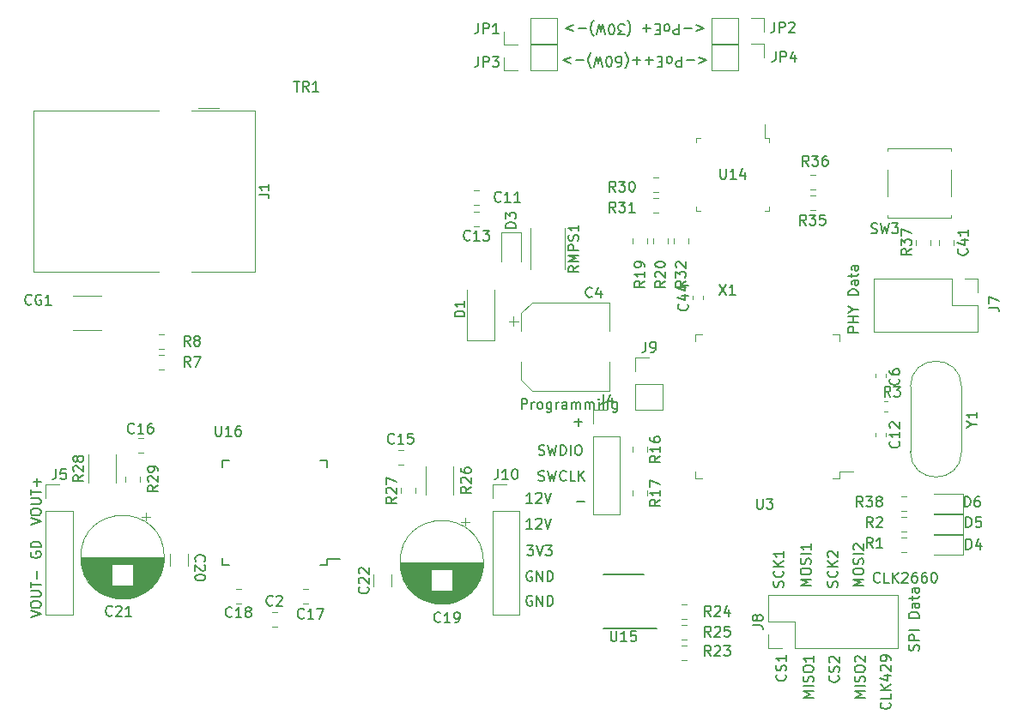
<source format=gbr>
%TF.GenerationSoftware,KiCad,Pcbnew,(5.1.12)-1*%
%TF.CreationDate,2022-03-31T08:37:18-05:00*%
%TF.ProjectId,PoE_Stepper_Driver,506f455f-5374-4657-9070-65725f447269,rev?*%
%TF.SameCoordinates,Original*%
%TF.FileFunction,Legend,Top*%
%TF.FilePolarity,Positive*%
%FSLAX46Y46*%
G04 Gerber Fmt 4.6, Leading zero omitted, Abs format (unit mm)*
G04 Created by KiCad (PCBNEW (5.1.12)-1) date 2022-03-31 08:37:18*
%MOMM*%
%LPD*%
G01*
G04 APERTURE LIST*
%ADD10C,0.150000*%
%ADD11C,0.120000*%
G04 APERTURE END LIST*
D10*
X160487523Y-63587285D02*
X161249428Y-63301571D01*
X160487523Y-63015857D01*
X160011333Y-63301571D02*
X159249428Y-63301571D01*
X158773238Y-62920619D02*
X158773238Y-63920619D01*
X158392285Y-63920619D01*
X158297047Y-63873000D01*
X158249428Y-63825380D01*
X158201809Y-63730142D01*
X158201809Y-63587285D01*
X158249428Y-63492047D01*
X158297047Y-63444428D01*
X158392285Y-63396809D01*
X158773238Y-63396809D01*
X157630380Y-62920619D02*
X157725619Y-62968238D01*
X157773238Y-63015857D01*
X157820857Y-63111095D01*
X157820857Y-63396809D01*
X157773238Y-63492047D01*
X157725619Y-63539666D01*
X157630380Y-63587285D01*
X157487523Y-63587285D01*
X157392285Y-63539666D01*
X157344666Y-63492047D01*
X157297047Y-63396809D01*
X157297047Y-63111095D01*
X157344666Y-63015857D01*
X157392285Y-62968238D01*
X157487523Y-62920619D01*
X157630380Y-62920619D01*
X156868476Y-63444428D02*
X156535142Y-63444428D01*
X156392285Y-62920619D02*
X156868476Y-62920619D01*
X156868476Y-63920619D01*
X156392285Y-63920619D01*
X155963714Y-63301571D02*
X155201809Y-63301571D01*
X155582761Y-62920619D02*
X155582761Y-63682523D01*
X154725619Y-63301571D02*
X153963714Y-63301571D01*
X154344666Y-62920619D02*
X154344666Y-63682523D01*
X153201809Y-62539666D02*
X153249428Y-62587285D01*
X153344666Y-62730142D01*
X153392285Y-62825380D01*
X153439904Y-62968238D01*
X153487523Y-63206333D01*
X153487523Y-63396809D01*
X153439904Y-63634904D01*
X153392285Y-63777761D01*
X153344666Y-63873000D01*
X153249428Y-64015857D01*
X153201809Y-64063476D01*
X152392285Y-63920619D02*
X152582761Y-63920619D01*
X152678000Y-63873000D01*
X152725619Y-63825380D01*
X152820857Y-63682523D01*
X152868476Y-63492047D01*
X152868476Y-63111095D01*
X152820857Y-63015857D01*
X152773238Y-62968238D01*
X152678000Y-62920619D01*
X152487523Y-62920619D01*
X152392285Y-62968238D01*
X152344666Y-63015857D01*
X152297047Y-63111095D01*
X152297047Y-63349190D01*
X152344666Y-63444428D01*
X152392285Y-63492047D01*
X152487523Y-63539666D01*
X152678000Y-63539666D01*
X152773238Y-63492047D01*
X152820857Y-63444428D01*
X152868476Y-63349190D01*
X151678000Y-63920619D02*
X151582761Y-63920619D01*
X151487523Y-63873000D01*
X151439904Y-63825380D01*
X151392285Y-63730142D01*
X151344666Y-63539666D01*
X151344666Y-63301571D01*
X151392285Y-63111095D01*
X151439904Y-63015857D01*
X151487523Y-62968238D01*
X151582761Y-62920619D01*
X151678000Y-62920619D01*
X151773238Y-62968238D01*
X151820857Y-63015857D01*
X151868476Y-63111095D01*
X151916095Y-63301571D01*
X151916095Y-63539666D01*
X151868476Y-63730142D01*
X151820857Y-63825380D01*
X151773238Y-63873000D01*
X151678000Y-63920619D01*
X151011333Y-63920619D02*
X150773238Y-62920619D01*
X150582761Y-63634904D01*
X150392285Y-62920619D01*
X150154190Y-63920619D01*
X149868476Y-62539666D02*
X149820857Y-62587285D01*
X149725619Y-62730142D01*
X149678000Y-62825380D01*
X149630380Y-62968238D01*
X149582761Y-63206333D01*
X149582761Y-63396809D01*
X149630380Y-63634904D01*
X149678000Y-63777761D01*
X149725619Y-63873000D01*
X149820857Y-64015857D01*
X149868476Y-64063476D01*
X149106571Y-63301571D02*
X148344666Y-63301571D01*
X147868476Y-63587285D02*
X147106571Y-63301571D01*
X147868476Y-63015857D01*
X160249428Y-60412285D02*
X161011333Y-60126571D01*
X160249428Y-59840857D01*
X159773238Y-60126571D02*
X159011333Y-60126571D01*
X158535142Y-59745619D02*
X158535142Y-60745619D01*
X158154190Y-60745619D01*
X158058952Y-60698000D01*
X158011333Y-60650380D01*
X157963714Y-60555142D01*
X157963714Y-60412285D01*
X158011333Y-60317047D01*
X158058952Y-60269428D01*
X158154190Y-60221809D01*
X158535142Y-60221809D01*
X157392285Y-59745619D02*
X157487523Y-59793238D01*
X157535142Y-59840857D01*
X157582761Y-59936095D01*
X157582761Y-60221809D01*
X157535142Y-60317047D01*
X157487523Y-60364666D01*
X157392285Y-60412285D01*
X157249428Y-60412285D01*
X157154190Y-60364666D01*
X157106571Y-60317047D01*
X157058952Y-60221809D01*
X157058952Y-59936095D01*
X157106571Y-59840857D01*
X157154190Y-59793238D01*
X157249428Y-59745619D01*
X157392285Y-59745619D01*
X156630380Y-60269428D02*
X156297047Y-60269428D01*
X156154190Y-59745619D02*
X156630380Y-59745619D01*
X156630380Y-60745619D01*
X156154190Y-60745619D01*
X155725619Y-60126571D02*
X154963714Y-60126571D01*
X155344666Y-59745619D02*
X155344666Y-60507523D01*
X153439904Y-59364666D02*
X153487523Y-59412285D01*
X153582761Y-59555142D01*
X153630380Y-59650380D01*
X153678000Y-59793238D01*
X153725619Y-60031333D01*
X153725619Y-60221809D01*
X153678000Y-60459904D01*
X153630380Y-60602761D01*
X153582761Y-60698000D01*
X153487523Y-60840857D01*
X153439904Y-60888476D01*
X153154190Y-60745619D02*
X152535142Y-60745619D01*
X152868476Y-60364666D01*
X152725619Y-60364666D01*
X152630380Y-60317047D01*
X152582761Y-60269428D01*
X152535142Y-60174190D01*
X152535142Y-59936095D01*
X152582761Y-59840857D01*
X152630380Y-59793238D01*
X152725619Y-59745619D01*
X153011333Y-59745619D01*
X153106571Y-59793238D01*
X153154190Y-59840857D01*
X151916095Y-60745619D02*
X151820857Y-60745619D01*
X151725619Y-60698000D01*
X151678000Y-60650380D01*
X151630380Y-60555142D01*
X151582761Y-60364666D01*
X151582761Y-60126571D01*
X151630380Y-59936095D01*
X151678000Y-59840857D01*
X151725619Y-59793238D01*
X151820857Y-59745619D01*
X151916095Y-59745619D01*
X152011333Y-59793238D01*
X152058952Y-59840857D01*
X152106571Y-59936095D01*
X152154190Y-60126571D01*
X152154190Y-60364666D01*
X152106571Y-60555142D01*
X152058952Y-60650380D01*
X152011333Y-60698000D01*
X151916095Y-60745619D01*
X151249428Y-60745619D02*
X151011333Y-59745619D01*
X150820857Y-60459904D01*
X150630380Y-59745619D01*
X150392285Y-60745619D01*
X150106571Y-59364666D02*
X150058952Y-59412285D01*
X149963714Y-59555142D01*
X149916095Y-59650380D01*
X149868476Y-59793238D01*
X149820857Y-60031333D01*
X149820857Y-60221809D01*
X149868476Y-60459904D01*
X149916095Y-60602761D01*
X149963714Y-60698000D01*
X150058952Y-60840857D01*
X150106571Y-60888476D01*
X149344666Y-60126571D02*
X148582761Y-60126571D01*
X148106571Y-60412285D02*
X147344666Y-60126571D01*
X148106571Y-59840857D01*
D11*
%TO.C,C2*%
X118879252Y-119201000D02*
X118356748Y-119201000D01*
X118879252Y-117781000D02*
X118356748Y-117781000D01*
D10*
%TO.C,U16*%
X123793000Y-113125000D02*
X123793000Y-112550000D01*
X113443000Y-113125000D02*
X113443000Y-112450000D01*
X113443000Y-102775000D02*
X113443000Y-103450000D01*
X123793000Y-102775000D02*
X123793000Y-103450000D01*
X123793000Y-113125000D02*
X123118000Y-113125000D01*
X123793000Y-102775000D02*
X123118000Y-102775000D01*
X113443000Y-102775000D02*
X114118000Y-102775000D01*
X113443000Y-113125000D02*
X114118000Y-113125000D01*
X123793000Y-112550000D02*
X125068000Y-112550000D01*
D11*
%TO.C,J1*%
X113141000Y-68025000D02*
X111141000Y-68025000D01*
X94811000Y-68225000D02*
X107251000Y-68225000D01*
X94811000Y-84175000D02*
X94811000Y-68225000D01*
X107251000Y-84175000D02*
X94811000Y-84175000D01*
X116731000Y-84175000D02*
X110451000Y-84175000D01*
X116731000Y-68225000D02*
X116731000Y-84175000D01*
X110451000Y-68225000D02*
X116731000Y-68225000D01*
%TO.C,C17*%
X121404748Y-115495000D02*
X121927252Y-115495000D01*
X121404748Y-116915000D02*
X121927252Y-116915000D01*
%TO.C,CG1*%
X98755748Y-89975000D02*
X101528252Y-89975000D01*
X98755748Y-86555000D02*
X101528252Y-86555000D01*
%TO.C,D1*%
X137578000Y-90964000D02*
X137578000Y-85984000D01*
X140298000Y-90964000D02*
X140298000Y-85984000D01*
X137578000Y-90964000D02*
X140298000Y-90964000D01*
%TO.C,D3*%
X142946000Y-83169000D02*
X142946000Y-80309000D01*
X142946000Y-80309000D02*
X141026000Y-80309000D01*
X141026000Y-80309000D02*
X141026000Y-83169000D01*
%TO.C,D4*%
X186518000Y-110164999D02*
X183658000Y-110164999D01*
X186518000Y-112084999D02*
X186518000Y-110164999D01*
X183658000Y-112084999D02*
X186518000Y-112084999D01*
%TO.C,D5*%
X183658000Y-110052999D02*
X186518000Y-110052999D01*
X186518000Y-110052999D02*
X186518000Y-108132999D01*
X186518000Y-108132999D02*
X183658000Y-108132999D01*
%TO.C,R7*%
X107180748Y-93801000D02*
X107703252Y-93801000D01*
X107180748Y-92381000D02*
X107703252Y-92381000D01*
%TO.C,R8*%
X107180748Y-90349000D02*
X107703252Y-90349000D01*
X107180748Y-91769000D02*
X107703252Y-91769000D01*
%TO.C,RMPS1*%
X147252000Y-79862936D02*
X147252000Y-83967064D01*
X143832000Y-79862936D02*
X143832000Y-83967064D01*
%TO.C,U3*%
X160826115Y-90381967D02*
X160126115Y-90381967D01*
X160126115Y-90381967D02*
X160126115Y-91081967D01*
X173646115Y-90381967D02*
X174346115Y-90381967D01*
X174346115Y-90381967D02*
X174346115Y-91081967D01*
X160826115Y-104601967D02*
X160126115Y-104601967D01*
X160126115Y-104601967D02*
X160126115Y-103901967D01*
X173646115Y-104601967D02*
X174346115Y-104601967D01*
X174346115Y-104601967D02*
X174346115Y-103901967D01*
X174346115Y-103901967D02*
X175711115Y-103901967D01*
%TO.C,U14*%
X160220000Y-77709000D02*
X160220000Y-78159000D01*
X160220000Y-78159000D02*
X160670000Y-78159000D01*
X160220000Y-71389000D02*
X160220000Y-70939000D01*
X160220000Y-70939000D02*
X160670000Y-70939000D01*
X167440000Y-77709000D02*
X167440000Y-78159000D01*
X167440000Y-78159000D02*
X166990000Y-78159000D01*
X167440000Y-71389000D02*
X167440000Y-70939000D01*
X167440000Y-70939000D02*
X166990000Y-70939000D01*
X166990000Y-70939000D02*
X166990000Y-69649000D01*
D10*
%TO.C,U15*%
X155035000Y-114038000D02*
X151035000Y-114038000D01*
X156310000Y-119438000D02*
X151035000Y-119438000D01*
D11*
%TO.C,Y1*%
X181348115Y-101934967D02*
X181348115Y-95534967D01*
X186398115Y-101934967D02*
X186398115Y-95534967D01*
X186398115Y-101934967D02*
G75*
G02*
X181348115Y-101934967I-2525000J0D01*
G01*
X186398115Y-95534967D02*
G75*
G03*
X181348115Y-95534967I-2525000J0D01*
G01*
%TO.C,C4*%
X151680000Y-95927000D02*
X151680000Y-93077000D01*
X151680000Y-87207000D02*
X151680000Y-90057000D01*
X144024437Y-87207000D02*
X151680000Y-87207000D01*
X144024437Y-95927000D02*
X151680000Y-95927000D01*
X142960000Y-94862563D02*
X142960000Y-93077000D01*
X142960000Y-88271437D02*
X142960000Y-90057000D01*
X142960000Y-88271437D02*
X144024437Y-87207000D01*
X142960000Y-94862563D02*
X144024437Y-95927000D01*
X141720000Y-89057000D02*
X142720000Y-89057000D01*
X142220000Y-88557000D02*
X142220000Y-89557000D01*
%TO.C,C6*%
X178922115Y-94615234D02*
X178922115Y-94272700D01*
X177902115Y-94615234D02*
X177902115Y-94272700D01*
%TO.C,C11*%
X138818252Y-77545000D02*
X138295748Y-77545000D01*
X138818252Y-76125000D02*
X138295748Y-76125000D01*
%TO.C,C12*%
X178922115Y-100114700D02*
X178922115Y-100457234D01*
X177902115Y-100114700D02*
X177902115Y-100457234D01*
%TO.C,C13*%
X138818252Y-78284000D02*
X138295748Y-78284000D01*
X138818252Y-79704000D02*
X138295748Y-79704000D01*
%TO.C,C15*%
X131325252Y-103199000D02*
X130802748Y-103199000D01*
X131325252Y-101779000D02*
X130802748Y-101779000D01*
%TO.C,C16*%
X105148748Y-100636000D02*
X105671252Y-100636000D01*
X105148748Y-102056000D02*
X105671252Y-102056000D01*
%TO.C,C18*%
X115323252Y-116915000D02*
X114800748Y-116915000D01*
X115323252Y-115495000D02*
X114800748Y-115495000D01*
%TO.C,C19*%
X137843000Y-108865302D02*
X137043000Y-108865302D01*
X137443000Y-108465302D02*
X137443000Y-109265302D01*
X135661000Y-116956000D02*
X134595000Y-116956000D01*
X135896000Y-116916000D02*
X134360000Y-116916000D01*
X136076000Y-116876000D02*
X134180000Y-116876000D01*
X136226000Y-116836000D02*
X134030000Y-116836000D01*
X136357000Y-116796000D02*
X133899000Y-116796000D01*
X136474000Y-116756000D02*
X133782000Y-116756000D01*
X136581000Y-116716000D02*
X133675000Y-116716000D01*
X136680000Y-116676000D02*
X133576000Y-116676000D01*
X136773000Y-116636000D02*
X133483000Y-116636000D01*
X136859000Y-116596000D02*
X133397000Y-116596000D01*
X136941000Y-116556000D02*
X133315000Y-116556000D01*
X137018000Y-116516000D02*
X133238000Y-116516000D01*
X137092000Y-116476000D02*
X133164000Y-116476000D01*
X137162000Y-116436000D02*
X133094000Y-116436000D01*
X137230000Y-116396000D02*
X133026000Y-116396000D01*
X137294000Y-116356000D02*
X132962000Y-116356000D01*
X137356000Y-116316000D02*
X132900000Y-116316000D01*
X137415000Y-116276000D02*
X132841000Y-116276000D01*
X137473000Y-116236000D02*
X132783000Y-116236000D01*
X137528000Y-116196000D02*
X132728000Y-116196000D01*
X137582000Y-116156000D02*
X132674000Y-116156000D01*
X137633000Y-116116000D02*
X132623000Y-116116000D01*
X137684000Y-116076000D02*
X132572000Y-116076000D01*
X137732000Y-116036000D02*
X132524000Y-116036000D01*
X137779000Y-115996000D02*
X132477000Y-115996000D01*
X137825000Y-115956000D02*
X132431000Y-115956000D01*
X137869000Y-115916000D02*
X132387000Y-115916000D01*
X137912000Y-115876000D02*
X132344000Y-115876000D01*
X137954000Y-115836000D02*
X132302000Y-115836000D01*
X137995000Y-115796000D02*
X132261000Y-115796000D01*
X138035000Y-115756000D02*
X132221000Y-115756000D01*
X138073000Y-115716000D02*
X132183000Y-115716000D01*
X138111000Y-115676000D02*
X132145000Y-115676000D01*
X134088000Y-115636000D02*
X132109000Y-115636000D01*
X138147000Y-115636000D02*
X136168000Y-115636000D01*
X134088000Y-115596000D02*
X132073000Y-115596000D01*
X138183000Y-115596000D02*
X136168000Y-115596000D01*
X134088000Y-115556000D02*
X132038000Y-115556000D01*
X138218000Y-115556000D02*
X136168000Y-115556000D01*
X134088000Y-115516000D02*
X132004000Y-115516000D01*
X138252000Y-115516000D02*
X136168000Y-115516000D01*
X134088000Y-115476000D02*
X131972000Y-115476000D01*
X138284000Y-115476000D02*
X136168000Y-115476000D01*
X134088000Y-115436000D02*
X131939000Y-115436000D01*
X138317000Y-115436000D02*
X136168000Y-115436000D01*
X134088000Y-115396000D02*
X131908000Y-115396000D01*
X138348000Y-115396000D02*
X136168000Y-115396000D01*
X134088000Y-115356000D02*
X131878000Y-115356000D01*
X138378000Y-115356000D02*
X136168000Y-115356000D01*
X134088000Y-115316000D02*
X131848000Y-115316000D01*
X138408000Y-115316000D02*
X136168000Y-115316000D01*
X134088000Y-115276000D02*
X131819000Y-115276000D01*
X138437000Y-115276000D02*
X136168000Y-115276000D01*
X134088000Y-115236000D02*
X131790000Y-115236000D01*
X138466000Y-115236000D02*
X136168000Y-115236000D01*
X134088000Y-115196000D02*
X131763000Y-115196000D01*
X138493000Y-115196000D02*
X136168000Y-115196000D01*
X134088000Y-115156000D02*
X131736000Y-115156000D01*
X138520000Y-115156000D02*
X136168000Y-115156000D01*
X134088000Y-115116000D02*
X131710000Y-115116000D01*
X138546000Y-115116000D02*
X136168000Y-115116000D01*
X134088000Y-115076000D02*
X131684000Y-115076000D01*
X138572000Y-115076000D02*
X136168000Y-115076000D01*
X134088000Y-115036000D02*
X131659000Y-115036000D01*
X138597000Y-115036000D02*
X136168000Y-115036000D01*
X134088000Y-114996000D02*
X131635000Y-114996000D01*
X138621000Y-114996000D02*
X136168000Y-114996000D01*
X134088000Y-114956000D02*
X131611000Y-114956000D01*
X138645000Y-114956000D02*
X136168000Y-114956000D01*
X134088000Y-114916000D02*
X131588000Y-114916000D01*
X138668000Y-114916000D02*
X136168000Y-114916000D01*
X134088000Y-114876000D02*
X131566000Y-114876000D01*
X138690000Y-114876000D02*
X136168000Y-114876000D01*
X134088000Y-114836000D02*
X131544000Y-114836000D01*
X138712000Y-114836000D02*
X136168000Y-114836000D01*
X134088000Y-114796000D02*
X131522000Y-114796000D01*
X138734000Y-114796000D02*
X136168000Y-114796000D01*
X134088000Y-114756000D02*
X131501000Y-114756000D01*
X138755000Y-114756000D02*
X136168000Y-114756000D01*
X134088000Y-114716000D02*
X131481000Y-114716000D01*
X138775000Y-114716000D02*
X136168000Y-114716000D01*
X134088000Y-114676000D02*
X131462000Y-114676000D01*
X138794000Y-114676000D02*
X136168000Y-114676000D01*
X134088000Y-114636000D02*
X131442000Y-114636000D01*
X138814000Y-114636000D02*
X136168000Y-114636000D01*
X134088000Y-114596000D02*
X131424000Y-114596000D01*
X138832000Y-114596000D02*
X136168000Y-114596000D01*
X134088000Y-114556000D02*
X131406000Y-114556000D01*
X138850000Y-114556000D02*
X136168000Y-114556000D01*
X134088000Y-114516000D02*
X131388000Y-114516000D01*
X138868000Y-114516000D02*
X136168000Y-114516000D01*
X134088000Y-114476000D02*
X131371000Y-114476000D01*
X138885000Y-114476000D02*
X136168000Y-114476000D01*
X134088000Y-114436000D02*
X131354000Y-114436000D01*
X138902000Y-114436000D02*
X136168000Y-114436000D01*
X134088000Y-114396000D02*
X131338000Y-114396000D01*
X138918000Y-114396000D02*
X136168000Y-114396000D01*
X134088000Y-114356000D02*
X131323000Y-114356000D01*
X138933000Y-114356000D02*
X136168000Y-114356000D01*
X134088000Y-114316000D02*
X131307000Y-114316000D01*
X138949000Y-114316000D02*
X136168000Y-114316000D01*
X134088000Y-114276000D02*
X131293000Y-114276000D01*
X138963000Y-114276000D02*
X136168000Y-114276000D01*
X134088000Y-114236000D02*
X131278000Y-114236000D01*
X138978000Y-114236000D02*
X136168000Y-114236000D01*
X134088000Y-114196000D02*
X131265000Y-114196000D01*
X138991000Y-114196000D02*
X136168000Y-114196000D01*
X134088000Y-114156000D02*
X131251000Y-114156000D01*
X139005000Y-114156000D02*
X136168000Y-114156000D01*
X134088000Y-114116000D02*
X131239000Y-114116000D01*
X139017000Y-114116000D02*
X136168000Y-114116000D01*
X134088000Y-114076000D02*
X131226000Y-114076000D01*
X139030000Y-114076000D02*
X136168000Y-114076000D01*
X134088000Y-114036000D02*
X131214000Y-114036000D01*
X139042000Y-114036000D02*
X136168000Y-114036000D01*
X134088000Y-113996000D02*
X131203000Y-113996000D01*
X139053000Y-113996000D02*
X136168000Y-113996000D01*
X134088000Y-113956000D02*
X131192000Y-113956000D01*
X139064000Y-113956000D02*
X136168000Y-113956000D01*
X134088000Y-113916000D02*
X131181000Y-113916000D01*
X139075000Y-113916000D02*
X136168000Y-113916000D01*
X134088000Y-113876000D02*
X131171000Y-113876000D01*
X139085000Y-113876000D02*
X136168000Y-113876000D01*
X134088000Y-113836000D02*
X131161000Y-113836000D01*
X139095000Y-113836000D02*
X136168000Y-113836000D01*
X134088000Y-113796000D02*
X131152000Y-113796000D01*
X139104000Y-113796000D02*
X136168000Y-113796000D01*
X134088000Y-113756000D02*
X131143000Y-113756000D01*
X139113000Y-113756000D02*
X136168000Y-113756000D01*
X134088000Y-113716000D02*
X131134000Y-113716000D01*
X139122000Y-113716000D02*
X136168000Y-113716000D01*
X134088000Y-113676000D02*
X131126000Y-113676000D01*
X139130000Y-113676000D02*
X136168000Y-113676000D01*
X134088000Y-113636000D02*
X131118000Y-113636000D01*
X139138000Y-113636000D02*
X136168000Y-113636000D01*
X134088000Y-113596000D02*
X131111000Y-113596000D01*
X139145000Y-113596000D02*
X136168000Y-113596000D01*
X139152000Y-113555000D02*
X131104000Y-113555000D01*
X139158000Y-113515000D02*
X131098000Y-113515000D01*
X139165000Y-113475000D02*
X131091000Y-113475000D01*
X139170000Y-113435000D02*
X131086000Y-113435000D01*
X139176000Y-113395000D02*
X131080000Y-113395000D01*
X139180000Y-113355000D02*
X131076000Y-113355000D01*
X139185000Y-113315000D02*
X131071000Y-113315000D01*
X139189000Y-113275000D02*
X131067000Y-113275000D01*
X139193000Y-113235000D02*
X131063000Y-113235000D01*
X139196000Y-113195000D02*
X131060000Y-113195000D01*
X139199000Y-113155000D02*
X131057000Y-113155000D01*
X139202000Y-113115000D02*
X131054000Y-113115000D01*
X139204000Y-113075000D02*
X131052000Y-113075000D01*
X139205000Y-113035000D02*
X131051000Y-113035000D01*
X139207000Y-112995000D02*
X131049000Y-112995000D01*
X139208000Y-112955000D02*
X131048000Y-112955000D01*
X139208000Y-112915000D02*
X131048000Y-112915000D01*
X139208000Y-112875000D02*
X131048000Y-112875000D01*
X139248000Y-112875000D02*
G75*
G03*
X139248000Y-112875000I-4120000J0D01*
G01*
%TO.C,C20*%
X110130000Y-113251064D02*
X110130000Y-112046936D01*
X108310000Y-113251064D02*
X108310000Y-112046936D01*
%TO.C,C21*%
X107752000Y-112367000D02*
G75*
G03*
X107752000Y-112367000I-4120000J0D01*
G01*
X107712000Y-112367000D02*
X99552000Y-112367000D01*
X107712000Y-112407000D02*
X99552000Y-112407000D01*
X107712000Y-112447000D02*
X99552000Y-112447000D01*
X107711000Y-112487000D02*
X99553000Y-112487000D01*
X107709000Y-112527000D02*
X99555000Y-112527000D01*
X107708000Y-112567000D02*
X99556000Y-112567000D01*
X107706000Y-112607000D02*
X99558000Y-112607000D01*
X107703000Y-112647000D02*
X99561000Y-112647000D01*
X107700000Y-112687000D02*
X99564000Y-112687000D01*
X107697000Y-112727000D02*
X99567000Y-112727000D01*
X107693000Y-112767000D02*
X99571000Y-112767000D01*
X107689000Y-112807000D02*
X99575000Y-112807000D01*
X107684000Y-112847000D02*
X99580000Y-112847000D01*
X107680000Y-112887000D02*
X99584000Y-112887000D01*
X107674000Y-112927000D02*
X99590000Y-112927000D01*
X107669000Y-112967000D02*
X99595000Y-112967000D01*
X107662000Y-113007000D02*
X99602000Y-113007000D01*
X107656000Y-113047000D02*
X99608000Y-113047000D01*
X107649000Y-113088000D02*
X104672000Y-113088000D01*
X102592000Y-113088000D02*
X99615000Y-113088000D01*
X107642000Y-113128000D02*
X104672000Y-113128000D01*
X102592000Y-113128000D02*
X99622000Y-113128000D01*
X107634000Y-113168000D02*
X104672000Y-113168000D01*
X102592000Y-113168000D02*
X99630000Y-113168000D01*
X107626000Y-113208000D02*
X104672000Y-113208000D01*
X102592000Y-113208000D02*
X99638000Y-113208000D01*
X107617000Y-113248000D02*
X104672000Y-113248000D01*
X102592000Y-113248000D02*
X99647000Y-113248000D01*
X107608000Y-113288000D02*
X104672000Y-113288000D01*
X102592000Y-113288000D02*
X99656000Y-113288000D01*
X107599000Y-113328000D02*
X104672000Y-113328000D01*
X102592000Y-113328000D02*
X99665000Y-113328000D01*
X107589000Y-113368000D02*
X104672000Y-113368000D01*
X102592000Y-113368000D02*
X99675000Y-113368000D01*
X107579000Y-113408000D02*
X104672000Y-113408000D01*
X102592000Y-113408000D02*
X99685000Y-113408000D01*
X107568000Y-113448000D02*
X104672000Y-113448000D01*
X102592000Y-113448000D02*
X99696000Y-113448000D01*
X107557000Y-113488000D02*
X104672000Y-113488000D01*
X102592000Y-113488000D02*
X99707000Y-113488000D01*
X107546000Y-113528000D02*
X104672000Y-113528000D01*
X102592000Y-113528000D02*
X99718000Y-113528000D01*
X107534000Y-113568000D02*
X104672000Y-113568000D01*
X102592000Y-113568000D02*
X99730000Y-113568000D01*
X107521000Y-113608000D02*
X104672000Y-113608000D01*
X102592000Y-113608000D02*
X99743000Y-113608000D01*
X107509000Y-113648000D02*
X104672000Y-113648000D01*
X102592000Y-113648000D02*
X99755000Y-113648000D01*
X107495000Y-113688000D02*
X104672000Y-113688000D01*
X102592000Y-113688000D02*
X99769000Y-113688000D01*
X107482000Y-113728000D02*
X104672000Y-113728000D01*
X102592000Y-113728000D02*
X99782000Y-113728000D01*
X107467000Y-113768000D02*
X104672000Y-113768000D01*
X102592000Y-113768000D02*
X99797000Y-113768000D01*
X107453000Y-113808000D02*
X104672000Y-113808000D01*
X102592000Y-113808000D02*
X99811000Y-113808000D01*
X107437000Y-113848000D02*
X104672000Y-113848000D01*
X102592000Y-113848000D02*
X99827000Y-113848000D01*
X107422000Y-113888000D02*
X104672000Y-113888000D01*
X102592000Y-113888000D02*
X99842000Y-113888000D01*
X107406000Y-113928000D02*
X104672000Y-113928000D01*
X102592000Y-113928000D02*
X99858000Y-113928000D01*
X107389000Y-113968000D02*
X104672000Y-113968000D01*
X102592000Y-113968000D02*
X99875000Y-113968000D01*
X107372000Y-114008000D02*
X104672000Y-114008000D01*
X102592000Y-114008000D02*
X99892000Y-114008000D01*
X107354000Y-114048000D02*
X104672000Y-114048000D01*
X102592000Y-114048000D02*
X99910000Y-114048000D01*
X107336000Y-114088000D02*
X104672000Y-114088000D01*
X102592000Y-114088000D02*
X99928000Y-114088000D01*
X107318000Y-114128000D02*
X104672000Y-114128000D01*
X102592000Y-114128000D02*
X99946000Y-114128000D01*
X107298000Y-114168000D02*
X104672000Y-114168000D01*
X102592000Y-114168000D02*
X99966000Y-114168000D01*
X107279000Y-114208000D02*
X104672000Y-114208000D01*
X102592000Y-114208000D02*
X99985000Y-114208000D01*
X107259000Y-114248000D02*
X104672000Y-114248000D01*
X102592000Y-114248000D02*
X100005000Y-114248000D01*
X107238000Y-114288000D02*
X104672000Y-114288000D01*
X102592000Y-114288000D02*
X100026000Y-114288000D01*
X107216000Y-114328000D02*
X104672000Y-114328000D01*
X102592000Y-114328000D02*
X100048000Y-114328000D01*
X107194000Y-114368000D02*
X104672000Y-114368000D01*
X102592000Y-114368000D02*
X100070000Y-114368000D01*
X107172000Y-114408000D02*
X104672000Y-114408000D01*
X102592000Y-114408000D02*
X100092000Y-114408000D01*
X107149000Y-114448000D02*
X104672000Y-114448000D01*
X102592000Y-114448000D02*
X100115000Y-114448000D01*
X107125000Y-114488000D02*
X104672000Y-114488000D01*
X102592000Y-114488000D02*
X100139000Y-114488000D01*
X107101000Y-114528000D02*
X104672000Y-114528000D01*
X102592000Y-114528000D02*
X100163000Y-114528000D01*
X107076000Y-114568000D02*
X104672000Y-114568000D01*
X102592000Y-114568000D02*
X100188000Y-114568000D01*
X107050000Y-114608000D02*
X104672000Y-114608000D01*
X102592000Y-114608000D02*
X100214000Y-114608000D01*
X107024000Y-114648000D02*
X104672000Y-114648000D01*
X102592000Y-114648000D02*
X100240000Y-114648000D01*
X106997000Y-114688000D02*
X104672000Y-114688000D01*
X102592000Y-114688000D02*
X100267000Y-114688000D01*
X106970000Y-114728000D02*
X104672000Y-114728000D01*
X102592000Y-114728000D02*
X100294000Y-114728000D01*
X106941000Y-114768000D02*
X104672000Y-114768000D01*
X102592000Y-114768000D02*
X100323000Y-114768000D01*
X106912000Y-114808000D02*
X104672000Y-114808000D01*
X102592000Y-114808000D02*
X100352000Y-114808000D01*
X106882000Y-114848000D02*
X104672000Y-114848000D01*
X102592000Y-114848000D02*
X100382000Y-114848000D01*
X106852000Y-114888000D02*
X104672000Y-114888000D01*
X102592000Y-114888000D02*
X100412000Y-114888000D01*
X106821000Y-114928000D02*
X104672000Y-114928000D01*
X102592000Y-114928000D02*
X100443000Y-114928000D01*
X106788000Y-114968000D02*
X104672000Y-114968000D01*
X102592000Y-114968000D02*
X100476000Y-114968000D01*
X106756000Y-115008000D02*
X104672000Y-115008000D01*
X102592000Y-115008000D02*
X100508000Y-115008000D01*
X106722000Y-115048000D02*
X104672000Y-115048000D01*
X102592000Y-115048000D02*
X100542000Y-115048000D01*
X106687000Y-115088000D02*
X104672000Y-115088000D01*
X102592000Y-115088000D02*
X100577000Y-115088000D01*
X106651000Y-115128000D02*
X104672000Y-115128000D01*
X102592000Y-115128000D02*
X100613000Y-115128000D01*
X106615000Y-115168000D02*
X100649000Y-115168000D01*
X106577000Y-115208000D02*
X100687000Y-115208000D01*
X106539000Y-115248000D02*
X100725000Y-115248000D01*
X106499000Y-115288000D02*
X100765000Y-115288000D01*
X106458000Y-115328000D02*
X100806000Y-115328000D01*
X106416000Y-115368000D02*
X100848000Y-115368000D01*
X106373000Y-115408000D02*
X100891000Y-115408000D01*
X106329000Y-115448000D02*
X100935000Y-115448000D01*
X106283000Y-115488000D02*
X100981000Y-115488000D01*
X106236000Y-115528000D02*
X101028000Y-115528000D01*
X106188000Y-115568000D02*
X101076000Y-115568000D01*
X106137000Y-115608000D02*
X101127000Y-115608000D01*
X106086000Y-115648000D02*
X101178000Y-115648000D01*
X106032000Y-115688000D02*
X101232000Y-115688000D01*
X105977000Y-115728000D02*
X101287000Y-115728000D01*
X105919000Y-115768000D02*
X101345000Y-115768000D01*
X105860000Y-115808000D02*
X101404000Y-115808000D01*
X105798000Y-115848000D02*
X101466000Y-115848000D01*
X105734000Y-115888000D02*
X101530000Y-115888000D01*
X105666000Y-115928000D02*
X101598000Y-115928000D01*
X105596000Y-115968000D02*
X101668000Y-115968000D01*
X105522000Y-116008000D02*
X101742000Y-116008000D01*
X105445000Y-116048000D02*
X101819000Y-116048000D01*
X105363000Y-116088000D02*
X101901000Y-116088000D01*
X105277000Y-116128000D02*
X101987000Y-116128000D01*
X105184000Y-116168000D02*
X102080000Y-116168000D01*
X105085000Y-116208000D02*
X102179000Y-116208000D01*
X104978000Y-116248000D02*
X102286000Y-116248000D01*
X104861000Y-116288000D02*
X102403000Y-116288000D01*
X104730000Y-116328000D02*
X102534000Y-116328000D01*
X104580000Y-116368000D02*
X102684000Y-116368000D01*
X104400000Y-116408000D02*
X102864000Y-116408000D01*
X104165000Y-116448000D02*
X103099000Y-116448000D01*
X105947000Y-107957302D02*
X105947000Y-108757302D01*
X106347000Y-108357302D02*
X105547000Y-108357302D01*
%TO.C,C22*%
X128376000Y-115283064D02*
X128376000Y-114078936D01*
X130196000Y-115283064D02*
X130196000Y-114078936D01*
%TO.C,JP1*%
X146491000Y-61782000D02*
X146491000Y-59122000D01*
X143891000Y-61782000D02*
X146491000Y-61782000D01*
X143891000Y-59122000D02*
X146491000Y-59122000D01*
X143891000Y-61782000D02*
X143891000Y-59122000D01*
X142621000Y-61782000D02*
X141291000Y-61782000D01*
X141291000Y-61782000D02*
X141291000Y-60452000D01*
%TO.C,JP2*%
X161738000Y-59122000D02*
X161738000Y-61782000D01*
X164338000Y-59122000D02*
X161738000Y-59122000D01*
X164338000Y-61782000D02*
X161738000Y-61782000D01*
X164338000Y-59122000D02*
X164338000Y-61782000D01*
X165608000Y-59122000D02*
X166938000Y-59122000D01*
X166938000Y-59122000D02*
X166938000Y-60452000D01*
%TO.C,JP3*%
X141291000Y-64322000D02*
X141291000Y-62992000D01*
X142621000Y-64322000D02*
X141291000Y-64322000D01*
X143891000Y-64322000D02*
X143891000Y-61662000D01*
X143891000Y-61662000D02*
X146491000Y-61662000D01*
X143891000Y-64322000D02*
X146491000Y-64322000D01*
X146491000Y-64322000D02*
X146491000Y-61662000D01*
%TO.C,JP4*%
X166938000Y-61662000D02*
X166938000Y-62992000D01*
X165608000Y-61662000D02*
X166938000Y-61662000D01*
X164338000Y-61662000D02*
X164338000Y-64322000D01*
X164338000Y-64322000D02*
X161738000Y-64322000D01*
X164338000Y-61662000D02*
X161738000Y-61662000D01*
X161738000Y-61662000D02*
X161738000Y-64322000D01*
%TO.C,R1*%
X180982252Y-111835000D02*
X180459748Y-111835000D01*
X180982252Y-110415000D02*
X180459748Y-110415000D01*
%TO.C,R2*%
X180982252Y-108383000D02*
X180459748Y-108383000D01*
X180982252Y-109803000D02*
X180459748Y-109803000D01*
%TO.C,R3*%
X178748849Y-96981967D02*
X179091383Y-96981967D01*
X178748849Y-98001967D02*
X179091383Y-98001967D01*
%TO.C,R19*%
X153976000Y-80891748D02*
X153976000Y-81414252D01*
X155396000Y-80891748D02*
X155396000Y-81414252D01*
%TO.C,R20*%
X156008000Y-81414252D02*
X156008000Y-80891748D01*
X157428000Y-81414252D02*
X157428000Y-80891748D01*
%TO.C,R23*%
X159265252Y-121083000D02*
X158742748Y-121083000D01*
X159265252Y-122503000D02*
X158742748Y-122503000D01*
%TO.C,R24*%
X159265252Y-118439000D02*
X158742748Y-118439000D01*
X159265252Y-117019000D02*
X158742748Y-117019000D01*
%TO.C,R25*%
X159265252Y-119051000D02*
X158742748Y-119051000D01*
X159265252Y-120471000D02*
X158742748Y-120471000D01*
%TO.C,R26*%
X136234000Y-106177064D02*
X136234000Y-103372936D01*
X133514000Y-106177064D02*
X133514000Y-103372936D01*
%TO.C,R27*%
X131116000Y-106052252D02*
X131116000Y-105529748D01*
X132536000Y-106052252D02*
X132536000Y-105529748D01*
%TO.C,R28*%
X100240000Y-105034064D02*
X100240000Y-102229936D01*
X102960000Y-105034064D02*
X102960000Y-102229936D01*
%TO.C,R29*%
X103938000Y-104909252D02*
X103938000Y-104386748D01*
X105358000Y-104909252D02*
X105358000Y-104386748D01*
%TO.C,R30*%
X156471252Y-76275000D02*
X155948748Y-76275000D01*
X156471252Y-74855000D02*
X155948748Y-74855000D01*
%TO.C,R31*%
X156471252Y-78307000D02*
X155948748Y-78307000D01*
X156471252Y-76887000D02*
X155948748Y-76887000D01*
%TO.C,R32*%
X158040000Y-80891748D02*
X158040000Y-81414252D01*
X159460000Y-80891748D02*
X159460000Y-81414252D01*
%TO.C,R35*%
X171442748Y-76633000D02*
X171965252Y-76633000D01*
X171442748Y-78053000D02*
X171965252Y-78053000D01*
%TO.C,R36*%
X171442748Y-76021000D02*
X171965252Y-76021000D01*
X171442748Y-74601000D02*
X171965252Y-74601000D01*
%TO.C,R37*%
X183336000Y-81541252D02*
X183336000Y-81018748D01*
X181916000Y-81541252D02*
X181916000Y-81018748D01*
%TO.C,C41*%
X184202000Y-81018748D02*
X184202000Y-81541252D01*
X185622000Y-81018748D02*
X185622000Y-81541252D01*
%TO.C,D6*%
X183649000Y-108020999D02*
X186509000Y-108020999D01*
X186509000Y-108020999D02*
X186509000Y-106100999D01*
X186509000Y-106100999D02*
X183649000Y-106100999D01*
%TO.C,R38*%
X180982252Y-107771000D02*
X180459748Y-107771000D01*
X180982252Y-106351000D02*
X180459748Y-106351000D01*
%TO.C,SW3*%
X185395000Y-78638000D02*
X185395000Y-78888000D01*
X185395000Y-78888000D02*
X179095000Y-78888000D01*
X179095000Y-78888000D02*
X179095000Y-78638000D01*
X185395000Y-74138000D02*
X185395000Y-76738000D01*
X179095000Y-72238000D02*
X179095000Y-71988000D01*
X179095000Y-71988000D02*
X185395000Y-71988000D01*
X185395000Y-71988000D02*
X185395000Y-72238000D01*
X179095000Y-76738000D02*
X179095000Y-74138000D01*
%TO.C,R16*%
X155396000Y-101988252D02*
X155396000Y-101465748D01*
X153976000Y-101988252D02*
X153976000Y-101465748D01*
%TO.C,R17*%
X153976000Y-106306252D02*
X153976000Y-105783748D01*
X155396000Y-106306252D02*
X155396000Y-105783748D01*
%TO.C,J4*%
X150054000Y-97857000D02*
X151384000Y-97857000D01*
X150054000Y-99187000D02*
X150054000Y-97857000D01*
X150054000Y-100457000D02*
X152714000Y-100457000D01*
X152714000Y-100457000D02*
X152714000Y-108137000D01*
X150054000Y-100457000D02*
X150054000Y-108137000D01*
X150054000Y-108137000D02*
X152714000Y-108137000D01*
%TO.C,J7*%
X188020000Y-84903000D02*
X188020000Y-86233000D01*
X186690000Y-84903000D02*
X188020000Y-84903000D01*
X188020000Y-87503000D02*
X188020000Y-90103000D01*
X185420000Y-87503000D02*
X188020000Y-87503000D01*
X185420000Y-84903000D02*
X185420000Y-87503000D01*
X188020000Y-90103000D02*
X177740000Y-90103000D01*
X185420000Y-84903000D02*
X177740000Y-84903000D01*
X177740000Y-84903000D02*
X177740000Y-90103000D01*
%TO.C,J8*%
X167326000Y-121345000D02*
X167326000Y-120015000D01*
X168656000Y-121345000D02*
X167326000Y-121345000D01*
X167326000Y-118745000D02*
X167326000Y-116145000D01*
X169926000Y-118745000D02*
X167326000Y-118745000D01*
X169926000Y-121345000D02*
X169926000Y-118745000D01*
X167326000Y-116145000D02*
X180146000Y-116145000D01*
X169926000Y-121345000D02*
X180146000Y-121345000D01*
X180146000Y-121345000D02*
X180146000Y-116145000D01*
%TO.C,J9*%
X154245000Y-97850000D02*
X156905000Y-97850000D01*
X154245000Y-95250000D02*
X154245000Y-97850000D01*
X156905000Y-95250000D02*
X156905000Y-97850000D01*
X154245000Y-95250000D02*
X156905000Y-95250000D01*
X154245000Y-93980000D02*
X154245000Y-92650000D01*
X154245000Y-92650000D02*
X155575000Y-92650000D01*
%TO.C,C44*%
X160911000Y-86912267D02*
X160911000Y-86569733D01*
X159891000Y-86912267D02*
X159891000Y-86569733D01*
%TO.C,J5*%
X96079000Y-105223000D02*
X97409000Y-105223000D01*
X96079000Y-106553000D02*
X96079000Y-105223000D01*
X96079000Y-107823000D02*
X98739000Y-107823000D01*
X98739000Y-107823000D02*
X98739000Y-118043000D01*
X96079000Y-107823000D02*
X96079000Y-118043000D01*
X96079000Y-118043000D02*
X98739000Y-118043000D01*
%TO.C,J10*%
X140148000Y-118043000D02*
X142808000Y-118043000D01*
X140148000Y-107823000D02*
X140148000Y-118043000D01*
X142808000Y-107823000D02*
X142808000Y-118043000D01*
X140148000Y-107823000D02*
X142808000Y-107823000D01*
X140148000Y-106553000D02*
X140148000Y-105223000D01*
X140148000Y-105223000D02*
X141478000Y-105223000D01*
%TO.C,C2*%
D10*
X118451333Y-117070142D02*
X118403714Y-117117761D01*
X118260857Y-117165380D01*
X118165619Y-117165380D01*
X118022761Y-117117761D01*
X117927523Y-117022523D01*
X117879904Y-116927285D01*
X117832285Y-116736809D01*
X117832285Y-116593952D01*
X117879904Y-116403476D01*
X117927523Y-116308238D01*
X118022761Y-116213000D01*
X118165619Y-116165380D01*
X118260857Y-116165380D01*
X118403714Y-116213000D01*
X118451333Y-116260619D01*
X118832285Y-116260619D02*
X118879904Y-116213000D01*
X118975142Y-116165380D01*
X119213238Y-116165380D01*
X119308476Y-116213000D01*
X119356095Y-116260619D01*
X119403714Y-116355857D01*
X119403714Y-116451095D01*
X119356095Y-116593952D01*
X118784666Y-117165380D01*
X119403714Y-117165380D01*
%TO.C,U16*%
X112807904Y-99401380D02*
X112807904Y-100210904D01*
X112855523Y-100306142D01*
X112903142Y-100353761D01*
X112998380Y-100401380D01*
X113188857Y-100401380D01*
X113284095Y-100353761D01*
X113331714Y-100306142D01*
X113379333Y-100210904D01*
X113379333Y-99401380D01*
X114379333Y-100401380D02*
X113807904Y-100401380D01*
X114093619Y-100401380D02*
X114093619Y-99401380D01*
X113998380Y-99544238D01*
X113903142Y-99639476D01*
X113807904Y-99687095D01*
X115236476Y-99401380D02*
X115046000Y-99401380D01*
X114950761Y-99449000D01*
X114903142Y-99496619D01*
X114807904Y-99639476D01*
X114760285Y-99829952D01*
X114760285Y-100210904D01*
X114807904Y-100306142D01*
X114855523Y-100353761D01*
X114950761Y-100401380D01*
X115141238Y-100401380D01*
X115236476Y-100353761D01*
X115284095Y-100306142D01*
X115331714Y-100210904D01*
X115331714Y-99972809D01*
X115284095Y-99877571D01*
X115236476Y-99829952D01*
X115141238Y-99782333D01*
X114950761Y-99782333D01*
X114855523Y-99829952D01*
X114807904Y-99877571D01*
X114760285Y-99972809D01*
%TO.C,J1*%
X117083380Y-76533333D02*
X117797666Y-76533333D01*
X117940523Y-76580952D01*
X118035761Y-76676190D01*
X118083380Y-76819047D01*
X118083380Y-76914285D01*
X118083380Y-75533333D02*
X118083380Y-76104761D01*
X118083380Y-75819047D02*
X117083380Y-75819047D01*
X117226238Y-75914285D01*
X117321476Y-76009523D01*
X117369095Y-76104761D01*
%TO.C,C17*%
X121531142Y-118340142D02*
X121483523Y-118387761D01*
X121340666Y-118435380D01*
X121245428Y-118435380D01*
X121102571Y-118387761D01*
X121007333Y-118292523D01*
X120959714Y-118197285D01*
X120912095Y-118006809D01*
X120912095Y-117863952D01*
X120959714Y-117673476D01*
X121007333Y-117578238D01*
X121102571Y-117483000D01*
X121245428Y-117435380D01*
X121340666Y-117435380D01*
X121483523Y-117483000D01*
X121531142Y-117530619D01*
X122483523Y-118435380D02*
X121912095Y-118435380D01*
X122197809Y-118435380D02*
X122197809Y-117435380D01*
X122102571Y-117578238D01*
X122007333Y-117673476D01*
X121912095Y-117721095D01*
X122816857Y-117435380D02*
X123483523Y-117435380D01*
X123054952Y-118435380D01*
%TO.C,CG1*%
X94649333Y-87352142D02*
X94601714Y-87399761D01*
X94458857Y-87447380D01*
X94363619Y-87447380D01*
X94220761Y-87399761D01*
X94125523Y-87304523D01*
X94077904Y-87209285D01*
X94030285Y-87018809D01*
X94030285Y-86875952D01*
X94077904Y-86685476D01*
X94125523Y-86590238D01*
X94220761Y-86495000D01*
X94363619Y-86447380D01*
X94458857Y-86447380D01*
X94601714Y-86495000D01*
X94649333Y-86542619D01*
X95601714Y-86495000D02*
X95506476Y-86447380D01*
X95363619Y-86447380D01*
X95220761Y-86495000D01*
X95125523Y-86590238D01*
X95077904Y-86685476D01*
X95030285Y-86875952D01*
X95030285Y-87018809D01*
X95077904Y-87209285D01*
X95125523Y-87304523D01*
X95220761Y-87399761D01*
X95363619Y-87447380D01*
X95458857Y-87447380D01*
X95601714Y-87399761D01*
X95649333Y-87352142D01*
X95649333Y-87018809D01*
X95458857Y-87018809D01*
X96601714Y-87447380D02*
X96030285Y-87447380D01*
X96316000Y-87447380D02*
X96316000Y-86447380D01*
X96220761Y-86590238D01*
X96125523Y-86685476D01*
X96030285Y-86733095D01*
%TO.C,D1*%
X137390380Y-88622095D02*
X136390380Y-88622095D01*
X136390380Y-88384000D01*
X136438000Y-88241142D01*
X136533238Y-88145904D01*
X136628476Y-88098285D01*
X136818952Y-88050666D01*
X136961809Y-88050666D01*
X137152285Y-88098285D01*
X137247523Y-88145904D01*
X137342761Y-88241142D01*
X137390380Y-88384000D01*
X137390380Y-88622095D01*
X137390380Y-87098285D02*
X137390380Y-87669714D01*
X137390380Y-87384000D02*
X136390380Y-87384000D01*
X136533238Y-87479238D01*
X136628476Y-87574476D01*
X136676095Y-87669714D01*
%TO.C,D3*%
X142438380Y-79859095D02*
X141438380Y-79859095D01*
X141438380Y-79621000D01*
X141486000Y-79478142D01*
X141581238Y-79382904D01*
X141676476Y-79335285D01*
X141866952Y-79287666D01*
X142009809Y-79287666D01*
X142200285Y-79335285D01*
X142295523Y-79382904D01*
X142390761Y-79478142D01*
X142438380Y-79621000D01*
X142438380Y-79859095D01*
X141438380Y-78954333D02*
X141438380Y-78335285D01*
X141819333Y-78668619D01*
X141819333Y-78525761D01*
X141866952Y-78430523D01*
X141914571Y-78382904D01*
X142009809Y-78335285D01*
X142247904Y-78335285D01*
X142343142Y-78382904D01*
X142390761Y-78430523D01*
X142438380Y-78525761D01*
X142438380Y-78811476D01*
X142390761Y-78906714D01*
X142343142Y-78954333D01*
%TO.C,D4*%
X186840904Y-111577380D02*
X186840904Y-110577380D01*
X187079000Y-110577380D01*
X187221857Y-110625000D01*
X187317095Y-110720238D01*
X187364714Y-110815476D01*
X187412333Y-111005952D01*
X187412333Y-111148809D01*
X187364714Y-111339285D01*
X187317095Y-111434523D01*
X187221857Y-111529761D01*
X187079000Y-111577380D01*
X186840904Y-111577380D01*
X188269476Y-110910714D02*
X188269476Y-111577380D01*
X188031380Y-110529761D02*
X187793285Y-111244047D01*
X188412333Y-111244047D01*
%TO.C,D5*%
X186840904Y-109418379D02*
X186840904Y-108418379D01*
X187079000Y-108418379D01*
X187221857Y-108465999D01*
X187317095Y-108561237D01*
X187364714Y-108656475D01*
X187412333Y-108846951D01*
X187412333Y-108989808D01*
X187364714Y-109180284D01*
X187317095Y-109275522D01*
X187221857Y-109370760D01*
X187079000Y-109418379D01*
X186840904Y-109418379D01*
X188317095Y-108418379D02*
X187840904Y-108418379D01*
X187793285Y-108894570D01*
X187840904Y-108846951D01*
X187936142Y-108799332D01*
X188174238Y-108799332D01*
X188269476Y-108846951D01*
X188317095Y-108894570D01*
X188364714Y-108989808D01*
X188364714Y-109227903D01*
X188317095Y-109323141D01*
X188269476Y-109370760D01*
X188174238Y-109418379D01*
X187936142Y-109418379D01*
X187840904Y-109370760D01*
X187793285Y-109323141D01*
%TO.C,R7*%
X110323333Y-93543380D02*
X109990000Y-93067190D01*
X109751904Y-93543380D02*
X109751904Y-92543380D01*
X110132857Y-92543380D01*
X110228095Y-92591000D01*
X110275714Y-92638619D01*
X110323333Y-92733857D01*
X110323333Y-92876714D01*
X110275714Y-92971952D01*
X110228095Y-93019571D01*
X110132857Y-93067190D01*
X109751904Y-93067190D01*
X110656666Y-92543380D02*
X111323333Y-92543380D01*
X110894761Y-93543380D01*
%TO.C,R8*%
X110314333Y-91511380D02*
X109981000Y-91035190D01*
X109742904Y-91511380D02*
X109742904Y-90511380D01*
X110123857Y-90511380D01*
X110219095Y-90559000D01*
X110266714Y-90606619D01*
X110314333Y-90701857D01*
X110314333Y-90844714D01*
X110266714Y-90939952D01*
X110219095Y-90987571D01*
X110123857Y-91035190D01*
X109742904Y-91035190D01*
X110885761Y-90939952D02*
X110790523Y-90892333D01*
X110742904Y-90844714D01*
X110695285Y-90749476D01*
X110695285Y-90701857D01*
X110742904Y-90606619D01*
X110790523Y-90559000D01*
X110885761Y-90511380D01*
X111076238Y-90511380D01*
X111171476Y-90559000D01*
X111219095Y-90606619D01*
X111266714Y-90701857D01*
X111266714Y-90749476D01*
X111219095Y-90844714D01*
X111171476Y-90892333D01*
X111076238Y-90939952D01*
X110885761Y-90939952D01*
X110790523Y-90987571D01*
X110742904Y-91035190D01*
X110695285Y-91130428D01*
X110695285Y-91320904D01*
X110742904Y-91416142D01*
X110790523Y-91463761D01*
X110885761Y-91511380D01*
X111076238Y-91511380D01*
X111171476Y-91463761D01*
X111219095Y-91416142D01*
X111266714Y-91320904D01*
X111266714Y-91130428D01*
X111219095Y-91035190D01*
X111171476Y-90987571D01*
X111076238Y-90939952D01*
%TO.C,RMPS1*%
X148614380Y-83629285D02*
X148138190Y-83962619D01*
X148614380Y-84200714D02*
X147614380Y-84200714D01*
X147614380Y-83819761D01*
X147662000Y-83724523D01*
X147709619Y-83676904D01*
X147804857Y-83629285D01*
X147947714Y-83629285D01*
X148042952Y-83676904D01*
X148090571Y-83724523D01*
X148138190Y-83819761D01*
X148138190Y-84200714D01*
X148614380Y-83200714D02*
X147614380Y-83200714D01*
X148328666Y-82867380D01*
X147614380Y-82534047D01*
X148614380Y-82534047D01*
X148614380Y-82057857D02*
X147614380Y-82057857D01*
X147614380Y-81676904D01*
X147662000Y-81581666D01*
X147709619Y-81534047D01*
X147804857Y-81486428D01*
X147947714Y-81486428D01*
X148042952Y-81534047D01*
X148090571Y-81581666D01*
X148138190Y-81676904D01*
X148138190Y-82057857D01*
X148566761Y-81105476D02*
X148614380Y-80962619D01*
X148614380Y-80724523D01*
X148566761Y-80629285D01*
X148519142Y-80581666D01*
X148423904Y-80534047D01*
X148328666Y-80534047D01*
X148233428Y-80581666D01*
X148185809Y-80629285D01*
X148138190Y-80724523D01*
X148090571Y-80915000D01*
X148042952Y-81010238D01*
X147995333Y-81057857D01*
X147900095Y-81105476D01*
X147804857Y-81105476D01*
X147709619Y-81057857D01*
X147662000Y-81010238D01*
X147614380Y-80915000D01*
X147614380Y-80676904D01*
X147662000Y-80534047D01*
X148614380Y-79581666D02*
X148614380Y-80153095D01*
X148614380Y-79867380D02*
X147614380Y-79867380D01*
X147757238Y-79962619D01*
X147852476Y-80057857D01*
X147900095Y-80153095D01*
%TO.C,TR1*%
X120531095Y-65365380D02*
X121102523Y-65365380D01*
X120816809Y-66365380D02*
X120816809Y-65365380D01*
X122007285Y-66365380D02*
X121673952Y-65889190D01*
X121435857Y-66365380D02*
X121435857Y-65365380D01*
X121816809Y-65365380D01*
X121912047Y-65413000D01*
X121959666Y-65460619D01*
X122007285Y-65555857D01*
X122007285Y-65698714D01*
X121959666Y-65793952D01*
X121912047Y-65841571D01*
X121816809Y-65889190D01*
X121435857Y-65889190D01*
X122959666Y-66365380D02*
X122388238Y-66365380D01*
X122673952Y-66365380D02*
X122673952Y-65365380D01*
X122578714Y-65508238D01*
X122483476Y-65603476D01*
X122388238Y-65651095D01*
%TO.C,U3*%
X166220210Y-106596347D02*
X166220210Y-107405871D01*
X166267829Y-107501109D01*
X166315448Y-107548728D01*
X166410686Y-107596347D01*
X166601162Y-107596347D01*
X166696400Y-107548728D01*
X166744019Y-107501109D01*
X166791638Y-107405871D01*
X166791638Y-106596347D01*
X167172591Y-106596347D02*
X167791638Y-106596347D01*
X167458305Y-106977300D01*
X167601162Y-106977300D01*
X167696400Y-107024919D01*
X167744019Y-107072538D01*
X167791638Y-107167776D01*
X167791638Y-107405871D01*
X167744019Y-107501109D01*
X167696400Y-107548728D01*
X167601162Y-107596347D01*
X167315448Y-107596347D01*
X167220210Y-107548728D01*
X167172591Y-107501109D01*
%TO.C,U14*%
X162591904Y-74001380D02*
X162591904Y-74810904D01*
X162639523Y-74906142D01*
X162687142Y-74953761D01*
X162782380Y-75001380D01*
X162972857Y-75001380D01*
X163068095Y-74953761D01*
X163115714Y-74906142D01*
X163163333Y-74810904D01*
X163163333Y-74001380D01*
X164163333Y-75001380D02*
X163591904Y-75001380D01*
X163877619Y-75001380D02*
X163877619Y-74001380D01*
X163782380Y-74144238D01*
X163687142Y-74239476D01*
X163591904Y-74287095D01*
X165020476Y-74334714D02*
X165020476Y-75001380D01*
X164782380Y-73953761D02*
X164544285Y-74668047D01*
X165163333Y-74668047D01*
%TO.C,U15*%
X151796904Y-119665380D02*
X151796904Y-120474904D01*
X151844523Y-120570142D01*
X151892142Y-120617761D01*
X151987380Y-120665380D01*
X152177857Y-120665380D01*
X152273095Y-120617761D01*
X152320714Y-120570142D01*
X152368333Y-120474904D01*
X152368333Y-119665380D01*
X153368333Y-120665380D02*
X152796904Y-120665380D01*
X153082619Y-120665380D02*
X153082619Y-119665380D01*
X152987380Y-119808238D01*
X152892142Y-119903476D01*
X152796904Y-119951095D01*
X154273095Y-119665380D02*
X153796904Y-119665380D01*
X153749285Y-120141571D01*
X153796904Y-120093952D01*
X153892142Y-120046333D01*
X154130238Y-120046333D01*
X154225476Y-120093952D01*
X154273095Y-120141571D01*
X154320714Y-120236809D01*
X154320714Y-120474904D01*
X154273095Y-120570142D01*
X154225476Y-120617761D01*
X154130238Y-120665380D01*
X153892142Y-120665380D01*
X153796904Y-120617761D01*
X153749285Y-120570142D01*
%TO.C,X1*%
X162512476Y-85431380D02*
X163179142Y-86431380D01*
X163179142Y-85431380D02*
X162512476Y-86431380D01*
X164083904Y-86431380D02*
X163512476Y-86431380D01*
X163798190Y-86431380D02*
X163798190Y-85431380D01*
X163702952Y-85574238D01*
X163607714Y-85669476D01*
X163512476Y-85717095D01*
%TO.C,Y1*%
X187405305Y-99238157D02*
X187881495Y-99238157D01*
X186881495Y-99571490D02*
X187405305Y-99238157D01*
X186881495Y-98904824D01*
X187881495Y-98047681D02*
X187881495Y-98619109D01*
X187881495Y-98333395D02*
X186881495Y-98333395D01*
X187024353Y-98428633D01*
X187119591Y-98523871D01*
X187167210Y-98619109D01*
%TO.C,C4*%
X149947333Y-86624142D02*
X149899714Y-86671761D01*
X149756857Y-86719380D01*
X149661619Y-86719380D01*
X149518761Y-86671761D01*
X149423523Y-86576523D01*
X149375904Y-86481285D01*
X149328285Y-86290809D01*
X149328285Y-86147952D01*
X149375904Y-85957476D01*
X149423523Y-85862238D01*
X149518761Y-85767000D01*
X149661619Y-85719380D01*
X149756857Y-85719380D01*
X149899714Y-85767000D01*
X149947333Y-85814619D01*
X150804476Y-86052714D02*
X150804476Y-86719380D01*
X150566380Y-85671761D02*
X150328285Y-86386047D01*
X150947333Y-86386047D01*
%TO.C,C6*%
X180166257Y-94737633D02*
X180213876Y-94785252D01*
X180261495Y-94928109D01*
X180261495Y-95023347D01*
X180213876Y-95166205D01*
X180118638Y-95261443D01*
X180023400Y-95309062D01*
X179832924Y-95356681D01*
X179690067Y-95356681D01*
X179499591Y-95309062D01*
X179404353Y-95261443D01*
X179309115Y-95166205D01*
X179261495Y-95023347D01*
X179261495Y-94928109D01*
X179309115Y-94785252D01*
X179356734Y-94737633D01*
X179261495Y-93880490D02*
X179261495Y-94070967D01*
X179309115Y-94166205D01*
X179356734Y-94213824D01*
X179499591Y-94309062D01*
X179690067Y-94356681D01*
X180071019Y-94356681D01*
X180166257Y-94309062D01*
X180213876Y-94261443D01*
X180261495Y-94166205D01*
X180261495Y-93975728D01*
X180213876Y-93880490D01*
X180166257Y-93832871D01*
X180071019Y-93785252D01*
X179832924Y-93785252D01*
X179737686Y-93832871D01*
X179690067Y-93880490D01*
X179642448Y-93975728D01*
X179642448Y-94166205D01*
X179690067Y-94261443D01*
X179737686Y-94309062D01*
X179832924Y-94356681D01*
%TO.C,C11*%
X140953142Y-77192142D02*
X140905523Y-77239761D01*
X140762666Y-77287380D01*
X140667428Y-77287380D01*
X140524571Y-77239761D01*
X140429333Y-77144523D01*
X140381714Y-77049285D01*
X140334095Y-76858809D01*
X140334095Y-76715952D01*
X140381714Y-76525476D01*
X140429333Y-76430238D01*
X140524571Y-76335000D01*
X140667428Y-76287380D01*
X140762666Y-76287380D01*
X140905523Y-76335000D01*
X140953142Y-76382619D01*
X141905523Y-77287380D02*
X141334095Y-77287380D01*
X141619809Y-77287380D02*
X141619809Y-76287380D01*
X141524571Y-76430238D01*
X141429333Y-76525476D01*
X141334095Y-76573095D01*
X142857904Y-77287380D02*
X142286476Y-77287380D01*
X142572190Y-77287380D02*
X142572190Y-76287380D01*
X142476952Y-76430238D01*
X142381714Y-76525476D01*
X142286476Y-76573095D01*
%TO.C,C12*%
X180199257Y-100928824D02*
X180246876Y-100976443D01*
X180294495Y-101119300D01*
X180294495Y-101214538D01*
X180246876Y-101357395D01*
X180151638Y-101452633D01*
X180056400Y-101500252D01*
X179865924Y-101547871D01*
X179723067Y-101547871D01*
X179532591Y-101500252D01*
X179437353Y-101452633D01*
X179342115Y-101357395D01*
X179294495Y-101214538D01*
X179294495Y-101119300D01*
X179342115Y-100976443D01*
X179389734Y-100928824D01*
X180294495Y-99976443D02*
X180294495Y-100547871D01*
X180294495Y-100262157D02*
X179294495Y-100262157D01*
X179437353Y-100357395D01*
X179532591Y-100452633D01*
X179580210Y-100547871D01*
X179389734Y-99595490D02*
X179342115Y-99547871D01*
X179294495Y-99452633D01*
X179294495Y-99214538D01*
X179342115Y-99119300D01*
X179389734Y-99071681D01*
X179484972Y-99024062D01*
X179580210Y-99024062D01*
X179723067Y-99071681D01*
X180294495Y-99643109D01*
X180294495Y-99024062D01*
%TO.C,C13*%
X137914142Y-81001142D02*
X137866523Y-81048761D01*
X137723666Y-81096380D01*
X137628428Y-81096380D01*
X137485571Y-81048761D01*
X137390333Y-80953523D01*
X137342714Y-80858285D01*
X137295095Y-80667809D01*
X137295095Y-80524952D01*
X137342714Y-80334476D01*
X137390333Y-80239238D01*
X137485571Y-80144000D01*
X137628428Y-80096380D01*
X137723666Y-80096380D01*
X137866523Y-80144000D01*
X137914142Y-80191619D01*
X138866523Y-81096380D02*
X138295095Y-81096380D01*
X138580809Y-81096380D02*
X138580809Y-80096380D01*
X138485571Y-80239238D01*
X138390333Y-80334476D01*
X138295095Y-80382095D01*
X139199857Y-80096380D02*
X139818904Y-80096380D01*
X139485571Y-80477333D01*
X139628428Y-80477333D01*
X139723666Y-80524952D01*
X139771285Y-80572571D01*
X139818904Y-80667809D01*
X139818904Y-80905904D01*
X139771285Y-81001142D01*
X139723666Y-81048761D01*
X139628428Y-81096380D01*
X139342714Y-81096380D01*
X139247476Y-81048761D01*
X139199857Y-81001142D01*
%TO.C,C15*%
X130421142Y-101068142D02*
X130373523Y-101115761D01*
X130230666Y-101163380D01*
X130135428Y-101163380D01*
X129992571Y-101115761D01*
X129897333Y-101020523D01*
X129849714Y-100925285D01*
X129802095Y-100734809D01*
X129802095Y-100591952D01*
X129849714Y-100401476D01*
X129897333Y-100306238D01*
X129992571Y-100211000D01*
X130135428Y-100163380D01*
X130230666Y-100163380D01*
X130373523Y-100211000D01*
X130421142Y-100258619D01*
X131373523Y-101163380D02*
X130802095Y-101163380D01*
X131087809Y-101163380D02*
X131087809Y-100163380D01*
X130992571Y-100306238D01*
X130897333Y-100401476D01*
X130802095Y-100449095D01*
X132278285Y-100163380D02*
X131802095Y-100163380D01*
X131754476Y-100639571D01*
X131802095Y-100591952D01*
X131897333Y-100544333D01*
X132135428Y-100544333D01*
X132230666Y-100591952D01*
X132278285Y-100639571D01*
X132325904Y-100734809D01*
X132325904Y-100972904D01*
X132278285Y-101068142D01*
X132230666Y-101115761D01*
X132135428Y-101163380D01*
X131897333Y-101163380D01*
X131802095Y-101115761D01*
X131754476Y-101068142D01*
%TO.C,C16*%
X104767142Y-100053142D02*
X104719523Y-100100761D01*
X104576666Y-100148380D01*
X104481428Y-100148380D01*
X104338571Y-100100761D01*
X104243333Y-100005523D01*
X104195714Y-99910285D01*
X104148095Y-99719809D01*
X104148095Y-99576952D01*
X104195714Y-99386476D01*
X104243333Y-99291238D01*
X104338571Y-99196000D01*
X104481428Y-99148380D01*
X104576666Y-99148380D01*
X104719523Y-99196000D01*
X104767142Y-99243619D01*
X105719523Y-100148380D02*
X105148095Y-100148380D01*
X105433809Y-100148380D02*
X105433809Y-99148380D01*
X105338571Y-99291238D01*
X105243333Y-99386476D01*
X105148095Y-99434095D01*
X106576666Y-99148380D02*
X106386190Y-99148380D01*
X106290952Y-99196000D01*
X106243333Y-99243619D01*
X106148095Y-99386476D01*
X106100476Y-99576952D01*
X106100476Y-99957904D01*
X106148095Y-100053142D01*
X106195714Y-100100761D01*
X106290952Y-100148380D01*
X106481428Y-100148380D01*
X106576666Y-100100761D01*
X106624285Y-100053142D01*
X106671904Y-99957904D01*
X106671904Y-99719809D01*
X106624285Y-99624571D01*
X106576666Y-99576952D01*
X106481428Y-99529333D01*
X106290952Y-99529333D01*
X106195714Y-99576952D01*
X106148095Y-99624571D01*
X106100476Y-99719809D01*
%TO.C,C18*%
X114419142Y-118212142D02*
X114371523Y-118259761D01*
X114228666Y-118307380D01*
X114133428Y-118307380D01*
X113990571Y-118259761D01*
X113895333Y-118164523D01*
X113847714Y-118069285D01*
X113800095Y-117878809D01*
X113800095Y-117735952D01*
X113847714Y-117545476D01*
X113895333Y-117450238D01*
X113990571Y-117355000D01*
X114133428Y-117307380D01*
X114228666Y-117307380D01*
X114371523Y-117355000D01*
X114419142Y-117402619D01*
X115371523Y-118307380D02*
X114800095Y-118307380D01*
X115085809Y-118307380D02*
X115085809Y-117307380D01*
X114990571Y-117450238D01*
X114895333Y-117545476D01*
X114800095Y-117593095D01*
X115942952Y-117735952D02*
X115847714Y-117688333D01*
X115800095Y-117640714D01*
X115752476Y-117545476D01*
X115752476Y-117497857D01*
X115800095Y-117402619D01*
X115847714Y-117355000D01*
X115942952Y-117307380D01*
X116133428Y-117307380D01*
X116228666Y-117355000D01*
X116276285Y-117402619D01*
X116323904Y-117497857D01*
X116323904Y-117545476D01*
X116276285Y-117640714D01*
X116228666Y-117688333D01*
X116133428Y-117735952D01*
X115942952Y-117735952D01*
X115847714Y-117783571D01*
X115800095Y-117831190D01*
X115752476Y-117926428D01*
X115752476Y-118116904D01*
X115800095Y-118212142D01*
X115847714Y-118259761D01*
X115942952Y-118307380D01*
X116133428Y-118307380D01*
X116228666Y-118259761D01*
X116276285Y-118212142D01*
X116323904Y-118116904D01*
X116323904Y-117926428D01*
X116276285Y-117831190D01*
X116228666Y-117783571D01*
X116133428Y-117735952D01*
%TO.C,C19*%
X134993142Y-118721142D02*
X134945523Y-118768761D01*
X134802666Y-118816380D01*
X134707428Y-118816380D01*
X134564571Y-118768761D01*
X134469333Y-118673523D01*
X134421714Y-118578285D01*
X134374095Y-118387809D01*
X134374095Y-118244952D01*
X134421714Y-118054476D01*
X134469333Y-117959238D01*
X134564571Y-117864000D01*
X134707428Y-117816380D01*
X134802666Y-117816380D01*
X134945523Y-117864000D01*
X134993142Y-117911619D01*
X135945523Y-118816380D02*
X135374095Y-118816380D01*
X135659809Y-118816380D02*
X135659809Y-117816380D01*
X135564571Y-117959238D01*
X135469333Y-118054476D01*
X135374095Y-118102095D01*
X136421714Y-118816380D02*
X136612190Y-118816380D01*
X136707428Y-118768761D01*
X136755047Y-118721142D01*
X136850285Y-118578285D01*
X136897904Y-118387809D01*
X136897904Y-118006857D01*
X136850285Y-117911619D01*
X136802666Y-117864000D01*
X136707428Y-117816380D01*
X136516952Y-117816380D01*
X136421714Y-117864000D01*
X136374095Y-117911619D01*
X136326476Y-118006857D01*
X136326476Y-118244952D01*
X136374095Y-118340190D01*
X136421714Y-118387809D01*
X136516952Y-118435428D01*
X136707428Y-118435428D01*
X136802666Y-118387809D01*
X136850285Y-118340190D01*
X136897904Y-118244952D01*
%TO.C,C20*%
X110894857Y-112768142D02*
X110847238Y-112720523D01*
X110799619Y-112577666D01*
X110799619Y-112482428D01*
X110847238Y-112339571D01*
X110942476Y-112244333D01*
X111037714Y-112196714D01*
X111228190Y-112149095D01*
X111371047Y-112149095D01*
X111561523Y-112196714D01*
X111656761Y-112244333D01*
X111752000Y-112339571D01*
X111799619Y-112482428D01*
X111799619Y-112577666D01*
X111752000Y-112720523D01*
X111704380Y-112768142D01*
X111704380Y-113149095D02*
X111752000Y-113196714D01*
X111799619Y-113291952D01*
X111799619Y-113530047D01*
X111752000Y-113625285D01*
X111704380Y-113672904D01*
X111609142Y-113720523D01*
X111513904Y-113720523D01*
X111371047Y-113672904D01*
X110799619Y-113101476D01*
X110799619Y-113720523D01*
X111799619Y-114339571D02*
X111799619Y-114434809D01*
X111752000Y-114530047D01*
X111704380Y-114577666D01*
X111609142Y-114625285D01*
X111418666Y-114672904D01*
X111180571Y-114672904D01*
X110990095Y-114625285D01*
X110894857Y-114577666D01*
X110847238Y-114530047D01*
X110799619Y-114434809D01*
X110799619Y-114339571D01*
X110847238Y-114244333D01*
X110894857Y-114196714D01*
X110990095Y-114149095D01*
X111180571Y-114101476D01*
X111418666Y-114101476D01*
X111609142Y-114149095D01*
X111704380Y-114196714D01*
X111752000Y-114244333D01*
X111799619Y-114339571D01*
%TO.C,C21*%
X102608142Y-118086142D02*
X102560523Y-118133761D01*
X102417666Y-118181380D01*
X102322428Y-118181380D01*
X102179571Y-118133761D01*
X102084333Y-118038523D01*
X102036714Y-117943285D01*
X101989095Y-117752809D01*
X101989095Y-117609952D01*
X102036714Y-117419476D01*
X102084333Y-117324238D01*
X102179571Y-117229000D01*
X102322428Y-117181380D01*
X102417666Y-117181380D01*
X102560523Y-117229000D01*
X102608142Y-117276619D01*
X102989095Y-117276619D02*
X103036714Y-117229000D01*
X103131952Y-117181380D01*
X103370047Y-117181380D01*
X103465285Y-117229000D01*
X103512904Y-117276619D01*
X103560523Y-117371857D01*
X103560523Y-117467095D01*
X103512904Y-117609952D01*
X102941476Y-118181380D01*
X103560523Y-118181380D01*
X104512904Y-118181380D02*
X103941476Y-118181380D01*
X104227190Y-118181380D02*
X104227190Y-117181380D01*
X104131952Y-117324238D01*
X104036714Y-117419476D01*
X103941476Y-117467095D01*
%TO.C,C22*%
X127823142Y-115323857D02*
X127870761Y-115371476D01*
X127918380Y-115514333D01*
X127918380Y-115609571D01*
X127870761Y-115752428D01*
X127775523Y-115847666D01*
X127680285Y-115895285D01*
X127489809Y-115942904D01*
X127346952Y-115942904D01*
X127156476Y-115895285D01*
X127061238Y-115847666D01*
X126966000Y-115752428D01*
X126918380Y-115609571D01*
X126918380Y-115514333D01*
X126966000Y-115371476D01*
X127013619Y-115323857D01*
X127013619Y-114942904D02*
X126966000Y-114895285D01*
X126918380Y-114800047D01*
X126918380Y-114561952D01*
X126966000Y-114466714D01*
X127013619Y-114419095D01*
X127108857Y-114371476D01*
X127204095Y-114371476D01*
X127346952Y-114419095D01*
X127918380Y-114990523D01*
X127918380Y-114371476D01*
X127013619Y-113990523D02*
X126966000Y-113942904D01*
X126918380Y-113847666D01*
X126918380Y-113609571D01*
X126966000Y-113514333D01*
X127013619Y-113466714D01*
X127108857Y-113419095D01*
X127204095Y-113419095D01*
X127346952Y-113466714D01*
X127918380Y-114038142D01*
X127918380Y-113419095D01*
%TO.C,JP1*%
X138739666Y-59650380D02*
X138739666Y-60364666D01*
X138692047Y-60507523D01*
X138596809Y-60602761D01*
X138453952Y-60650380D01*
X138358714Y-60650380D01*
X139215857Y-60650380D02*
X139215857Y-59650380D01*
X139596809Y-59650380D01*
X139692047Y-59698000D01*
X139739666Y-59745619D01*
X139787285Y-59840857D01*
X139787285Y-59983714D01*
X139739666Y-60078952D01*
X139692047Y-60126571D01*
X139596809Y-60174190D01*
X139215857Y-60174190D01*
X140739666Y-60650380D02*
X140168238Y-60650380D01*
X140453952Y-60650380D02*
X140453952Y-59650380D01*
X140358714Y-59793238D01*
X140263476Y-59888476D01*
X140168238Y-59936095D01*
%TO.C,JP2*%
X167949666Y-59523380D02*
X167949666Y-60237666D01*
X167902047Y-60380523D01*
X167806809Y-60475761D01*
X167663952Y-60523380D01*
X167568714Y-60523380D01*
X168425857Y-60523380D02*
X168425857Y-59523380D01*
X168806809Y-59523380D01*
X168902047Y-59571000D01*
X168949666Y-59618619D01*
X168997285Y-59713857D01*
X168997285Y-59856714D01*
X168949666Y-59951952D01*
X168902047Y-59999571D01*
X168806809Y-60047190D01*
X168425857Y-60047190D01*
X169378238Y-59618619D02*
X169425857Y-59571000D01*
X169521095Y-59523380D01*
X169759190Y-59523380D01*
X169854428Y-59571000D01*
X169902047Y-59618619D01*
X169949666Y-59713857D01*
X169949666Y-59809095D01*
X169902047Y-59951952D01*
X169330619Y-60523380D01*
X169949666Y-60523380D01*
%TO.C,JP3*%
X138739666Y-62952380D02*
X138739666Y-63666666D01*
X138692047Y-63809523D01*
X138596809Y-63904761D01*
X138453952Y-63952380D01*
X138358714Y-63952380D01*
X139215857Y-63952380D02*
X139215857Y-62952380D01*
X139596809Y-62952380D01*
X139692047Y-63000000D01*
X139739666Y-63047619D01*
X139787285Y-63142857D01*
X139787285Y-63285714D01*
X139739666Y-63380952D01*
X139692047Y-63428571D01*
X139596809Y-63476190D01*
X139215857Y-63476190D01*
X140120619Y-62952380D02*
X140739666Y-62952380D01*
X140406333Y-63333333D01*
X140549190Y-63333333D01*
X140644428Y-63380952D01*
X140692047Y-63428571D01*
X140739666Y-63523809D01*
X140739666Y-63761904D01*
X140692047Y-63857142D01*
X140644428Y-63904761D01*
X140549190Y-63952380D01*
X140263476Y-63952380D01*
X140168238Y-63904761D01*
X140120619Y-63857142D01*
%TO.C,JP4*%
X168076666Y-62444380D02*
X168076666Y-63158666D01*
X168029047Y-63301523D01*
X167933809Y-63396761D01*
X167790952Y-63444380D01*
X167695714Y-63444380D01*
X168552857Y-63444380D02*
X168552857Y-62444380D01*
X168933809Y-62444380D01*
X169029047Y-62492000D01*
X169076666Y-62539619D01*
X169124285Y-62634857D01*
X169124285Y-62777714D01*
X169076666Y-62872952D01*
X169029047Y-62920571D01*
X168933809Y-62968190D01*
X168552857Y-62968190D01*
X169981428Y-62777714D02*
X169981428Y-63444380D01*
X169743333Y-62396761D02*
X169505238Y-63111047D01*
X170124285Y-63111047D01*
%TO.C,R1*%
X177633333Y-111450380D02*
X177300000Y-110974190D01*
X177061904Y-111450380D02*
X177061904Y-110450380D01*
X177442857Y-110450380D01*
X177538095Y-110498000D01*
X177585714Y-110545619D01*
X177633333Y-110640857D01*
X177633333Y-110783714D01*
X177585714Y-110878952D01*
X177538095Y-110926571D01*
X177442857Y-110974190D01*
X177061904Y-110974190D01*
X178585714Y-111450380D02*
X178014285Y-111450380D01*
X178300000Y-111450380D02*
X178300000Y-110450380D01*
X178204761Y-110593238D01*
X178109523Y-110688476D01*
X178014285Y-110736095D01*
%TO.C,R2*%
X177633333Y-109418380D02*
X177300000Y-108942190D01*
X177061904Y-109418380D02*
X177061904Y-108418380D01*
X177442857Y-108418380D01*
X177538095Y-108466000D01*
X177585714Y-108513619D01*
X177633333Y-108608857D01*
X177633333Y-108751714D01*
X177585714Y-108846952D01*
X177538095Y-108894571D01*
X177442857Y-108942190D01*
X177061904Y-108942190D01*
X178014285Y-108513619D02*
X178061904Y-108466000D01*
X178157142Y-108418380D01*
X178395238Y-108418380D01*
X178490476Y-108466000D01*
X178538095Y-108513619D01*
X178585714Y-108608857D01*
X178585714Y-108704095D01*
X178538095Y-108846952D01*
X177966666Y-109418380D01*
X178585714Y-109418380D01*
%TO.C,R3*%
X179388449Y-96514347D02*
X179055116Y-96038157D01*
X178817020Y-96514347D02*
X178817020Y-95514347D01*
X179197973Y-95514347D01*
X179293211Y-95561967D01*
X179340830Y-95609586D01*
X179388449Y-95704824D01*
X179388449Y-95847681D01*
X179340830Y-95942919D01*
X179293211Y-95990538D01*
X179197973Y-96038157D01*
X178817020Y-96038157D01*
X179721782Y-95514347D02*
X180340830Y-95514347D01*
X180007496Y-95895300D01*
X180150354Y-95895300D01*
X180245592Y-95942919D01*
X180293211Y-95990538D01*
X180340830Y-96085776D01*
X180340830Y-96323871D01*
X180293211Y-96419109D01*
X180245592Y-96466728D01*
X180150354Y-96514347D01*
X179864639Y-96514347D01*
X179769401Y-96466728D01*
X179721782Y-96419109D01*
%TO.C,R19*%
X155138380Y-85097857D02*
X154662190Y-85431190D01*
X155138380Y-85669285D02*
X154138380Y-85669285D01*
X154138380Y-85288333D01*
X154186000Y-85193095D01*
X154233619Y-85145476D01*
X154328857Y-85097857D01*
X154471714Y-85097857D01*
X154566952Y-85145476D01*
X154614571Y-85193095D01*
X154662190Y-85288333D01*
X154662190Y-85669285D01*
X155138380Y-84145476D02*
X155138380Y-84716904D01*
X155138380Y-84431190D02*
X154138380Y-84431190D01*
X154281238Y-84526428D01*
X154376476Y-84621666D01*
X154424095Y-84716904D01*
X155138380Y-83669285D02*
X155138380Y-83478809D01*
X155090761Y-83383571D01*
X155043142Y-83335952D01*
X154900285Y-83240714D01*
X154709809Y-83193095D01*
X154328857Y-83193095D01*
X154233619Y-83240714D01*
X154186000Y-83288333D01*
X154138380Y-83383571D01*
X154138380Y-83574047D01*
X154186000Y-83669285D01*
X154233619Y-83716904D01*
X154328857Y-83764523D01*
X154566952Y-83764523D01*
X154662190Y-83716904D01*
X154709809Y-83669285D01*
X154757428Y-83574047D01*
X154757428Y-83383571D01*
X154709809Y-83288333D01*
X154662190Y-83240714D01*
X154566952Y-83193095D01*
%TO.C,R20*%
X157170380Y-85097857D02*
X156694190Y-85431190D01*
X157170380Y-85669285D02*
X156170380Y-85669285D01*
X156170380Y-85288333D01*
X156218000Y-85193095D01*
X156265619Y-85145476D01*
X156360857Y-85097857D01*
X156503714Y-85097857D01*
X156598952Y-85145476D01*
X156646571Y-85193095D01*
X156694190Y-85288333D01*
X156694190Y-85669285D01*
X156265619Y-84716904D02*
X156218000Y-84669285D01*
X156170380Y-84574047D01*
X156170380Y-84335952D01*
X156218000Y-84240714D01*
X156265619Y-84193095D01*
X156360857Y-84145476D01*
X156456095Y-84145476D01*
X156598952Y-84193095D01*
X157170380Y-84764523D01*
X157170380Y-84145476D01*
X156170380Y-83526428D02*
X156170380Y-83431190D01*
X156218000Y-83335952D01*
X156265619Y-83288333D01*
X156360857Y-83240714D01*
X156551333Y-83193095D01*
X156789428Y-83193095D01*
X156979904Y-83240714D01*
X157075142Y-83288333D01*
X157122761Y-83335952D01*
X157170380Y-83431190D01*
X157170380Y-83526428D01*
X157122761Y-83621666D01*
X157075142Y-83669285D01*
X156979904Y-83716904D01*
X156789428Y-83764523D01*
X156551333Y-83764523D01*
X156360857Y-83716904D01*
X156265619Y-83669285D01*
X156218000Y-83621666D01*
X156170380Y-83526428D01*
%TO.C,R23*%
X161663142Y-122118380D02*
X161329809Y-121642190D01*
X161091714Y-122118380D02*
X161091714Y-121118380D01*
X161472666Y-121118380D01*
X161567904Y-121166000D01*
X161615523Y-121213619D01*
X161663142Y-121308857D01*
X161663142Y-121451714D01*
X161615523Y-121546952D01*
X161567904Y-121594571D01*
X161472666Y-121642190D01*
X161091714Y-121642190D01*
X162044095Y-121213619D02*
X162091714Y-121166000D01*
X162186952Y-121118380D01*
X162425047Y-121118380D01*
X162520285Y-121166000D01*
X162567904Y-121213619D01*
X162615523Y-121308857D01*
X162615523Y-121404095D01*
X162567904Y-121546952D01*
X161996476Y-122118380D01*
X162615523Y-122118380D01*
X162948857Y-121118380D02*
X163567904Y-121118380D01*
X163234571Y-121499333D01*
X163377428Y-121499333D01*
X163472666Y-121546952D01*
X163520285Y-121594571D01*
X163567904Y-121689809D01*
X163567904Y-121927904D01*
X163520285Y-122023142D01*
X163472666Y-122070761D01*
X163377428Y-122118380D01*
X163091714Y-122118380D01*
X162996476Y-122070761D01*
X162948857Y-122023142D01*
%TO.C,R24*%
X161663142Y-118181380D02*
X161329809Y-117705190D01*
X161091714Y-118181380D02*
X161091714Y-117181380D01*
X161472666Y-117181380D01*
X161567904Y-117229000D01*
X161615523Y-117276619D01*
X161663142Y-117371857D01*
X161663142Y-117514714D01*
X161615523Y-117609952D01*
X161567904Y-117657571D01*
X161472666Y-117705190D01*
X161091714Y-117705190D01*
X162044095Y-117276619D02*
X162091714Y-117229000D01*
X162186952Y-117181380D01*
X162425047Y-117181380D01*
X162520285Y-117229000D01*
X162567904Y-117276619D01*
X162615523Y-117371857D01*
X162615523Y-117467095D01*
X162567904Y-117609952D01*
X161996476Y-118181380D01*
X162615523Y-118181380D01*
X163472666Y-117514714D02*
X163472666Y-118181380D01*
X163234571Y-117133761D02*
X162996476Y-117848047D01*
X163615523Y-117848047D01*
%TO.C,R25*%
X161663142Y-120213380D02*
X161329809Y-119737190D01*
X161091714Y-120213380D02*
X161091714Y-119213380D01*
X161472666Y-119213380D01*
X161567904Y-119261000D01*
X161615523Y-119308619D01*
X161663142Y-119403857D01*
X161663142Y-119546714D01*
X161615523Y-119641952D01*
X161567904Y-119689571D01*
X161472666Y-119737190D01*
X161091714Y-119737190D01*
X162044095Y-119308619D02*
X162091714Y-119261000D01*
X162186952Y-119213380D01*
X162425047Y-119213380D01*
X162520285Y-119261000D01*
X162567904Y-119308619D01*
X162615523Y-119403857D01*
X162615523Y-119499095D01*
X162567904Y-119641952D01*
X161996476Y-120213380D01*
X162615523Y-120213380D01*
X163520285Y-119213380D02*
X163044095Y-119213380D01*
X162996476Y-119689571D01*
X163044095Y-119641952D01*
X163139333Y-119594333D01*
X163377428Y-119594333D01*
X163472666Y-119641952D01*
X163520285Y-119689571D01*
X163567904Y-119784809D01*
X163567904Y-120022904D01*
X163520285Y-120118142D01*
X163472666Y-120165761D01*
X163377428Y-120213380D01*
X163139333Y-120213380D01*
X163044095Y-120165761D01*
X162996476Y-120118142D01*
%TO.C,R26*%
X137993380Y-105417857D02*
X137517190Y-105751190D01*
X137993380Y-105989285D02*
X136993380Y-105989285D01*
X136993380Y-105608333D01*
X137041000Y-105513095D01*
X137088619Y-105465476D01*
X137183857Y-105417857D01*
X137326714Y-105417857D01*
X137421952Y-105465476D01*
X137469571Y-105513095D01*
X137517190Y-105608333D01*
X137517190Y-105989285D01*
X137088619Y-105036904D02*
X137041000Y-104989285D01*
X136993380Y-104894047D01*
X136993380Y-104655952D01*
X137041000Y-104560714D01*
X137088619Y-104513095D01*
X137183857Y-104465476D01*
X137279095Y-104465476D01*
X137421952Y-104513095D01*
X137993380Y-105084523D01*
X137993380Y-104465476D01*
X136993380Y-103608333D02*
X136993380Y-103798809D01*
X137041000Y-103894047D01*
X137088619Y-103941666D01*
X137231476Y-104036904D01*
X137421952Y-104084523D01*
X137802904Y-104084523D01*
X137898142Y-104036904D01*
X137945761Y-103989285D01*
X137993380Y-103894047D01*
X137993380Y-103703571D01*
X137945761Y-103608333D01*
X137898142Y-103560714D01*
X137802904Y-103513095D01*
X137564809Y-103513095D01*
X137469571Y-103560714D01*
X137421952Y-103608333D01*
X137374333Y-103703571D01*
X137374333Y-103894047D01*
X137421952Y-103989285D01*
X137469571Y-104036904D01*
X137564809Y-104084523D01*
%TO.C,R27*%
X130628380Y-106433857D02*
X130152190Y-106767190D01*
X130628380Y-107005285D02*
X129628380Y-107005285D01*
X129628380Y-106624333D01*
X129676000Y-106529095D01*
X129723619Y-106481476D01*
X129818857Y-106433857D01*
X129961714Y-106433857D01*
X130056952Y-106481476D01*
X130104571Y-106529095D01*
X130152190Y-106624333D01*
X130152190Y-107005285D01*
X129723619Y-106052904D02*
X129676000Y-106005285D01*
X129628380Y-105910047D01*
X129628380Y-105671952D01*
X129676000Y-105576714D01*
X129723619Y-105529095D01*
X129818857Y-105481476D01*
X129914095Y-105481476D01*
X130056952Y-105529095D01*
X130628380Y-106100523D01*
X130628380Y-105481476D01*
X129628380Y-105148142D02*
X129628380Y-104481476D01*
X130628380Y-104910047D01*
%TO.C,R28*%
X99772380Y-104274857D02*
X99296190Y-104608190D01*
X99772380Y-104846285D02*
X98772380Y-104846285D01*
X98772380Y-104465333D01*
X98820000Y-104370095D01*
X98867619Y-104322476D01*
X98962857Y-104274857D01*
X99105714Y-104274857D01*
X99200952Y-104322476D01*
X99248571Y-104370095D01*
X99296190Y-104465333D01*
X99296190Y-104846285D01*
X98867619Y-103893904D02*
X98820000Y-103846285D01*
X98772380Y-103751047D01*
X98772380Y-103512952D01*
X98820000Y-103417714D01*
X98867619Y-103370095D01*
X98962857Y-103322476D01*
X99058095Y-103322476D01*
X99200952Y-103370095D01*
X99772380Y-103941523D01*
X99772380Y-103322476D01*
X99200952Y-102751047D02*
X99153333Y-102846285D01*
X99105714Y-102893904D01*
X99010476Y-102941523D01*
X98962857Y-102941523D01*
X98867619Y-102893904D01*
X98820000Y-102846285D01*
X98772380Y-102751047D01*
X98772380Y-102560571D01*
X98820000Y-102465333D01*
X98867619Y-102417714D01*
X98962857Y-102370095D01*
X99010476Y-102370095D01*
X99105714Y-102417714D01*
X99153333Y-102465333D01*
X99200952Y-102560571D01*
X99200952Y-102751047D01*
X99248571Y-102846285D01*
X99296190Y-102893904D01*
X99391428Y-102941523D01*
X99581904Y-102941523D01*
X99677142Y-102893904D01*
X99724761Y-102846285D01*
X99772380Y-102751047D01*
X99772380Y-102560571D01*
X99724761Y-102465333D01*
X99677142Y-102417714D01*
X99581904Y-102370095D01*
X99391428Y-102370095D01*
X99296190Y-102417714D01*
X99248571Y-102465333D01*
X99200952Y-102560571D01*
%TO.C,R29*%
X107132380Y-105290857D02*
X106656190Y-105624190D01*
X107132380Y-105862285D02*
X106132380Y-105862285D01*
X106132380Y-105481333D01*
X106180000Y-105386095D01*
X106227619Y-105338476D01*
X106322857Y-105290857D01*
X106465714Y-105290857D01*
X106560952Y-105338476D01*
X106608571Y-105386095D01*
X106656190Y-105481333D01*
X106656190Y-105862285D01*
X106227619Y-104909904D02*
X106180000Y-104862285D01*
X106132380Y-104767047D01*
X106132380Y-104528952D01*
X106180000Y-104433714D01*
X106227619Y-104386095D01*
X106322857Y-104338476D01*
X106418095Y-104338476D01*
X106560952Y-104386095D01*
X107132380Y-104957523D01*
X107132380Y-104338476D01*
X107132380Y-103862285D02*
X107132380Y-103671809D01*
X107084761Y-103576571D01*
X107037142Y-103528952D01*
X106894285Y-103433714D01*
X106703809Y-103386095D01*
X106322857Y-103386095D01*
X106227619Y-103433714D01*
X106180000Y-103481333D01*
X106132380Y-103576571D01*
X106132380Y-103767047D01*
X106180000Y-103862285D01*
X106227619Y-103909904D01*
X106322857Y-103957523D01*
X106560952Y-103957523D01*
X106656190Y-103909904D01*
X106703809Y-103862285D01*
X106751428Y-103767047D01*
X106751428Y-103576571D01*
X106703809Y-103481333D01*
X106656190Y-103433714D01*
X106560952Y-103386095D01*
%TO.C,R30*%
X152265142Y-76271380D02*
X151931809Y-75795190D01*
X151693714Y-76271380D02*
X151693714Y-75271380D01*
X152074666Y-75271380D01*
X152169904Y-75319000D01*
X152217523Y-75366619D01*
X152265142Y-75461857D01*
X152265142Y-75604714D01*
X152217523Y-75699952D01*
X152169904Y-75747571D01*
X152074666Y-75795190D01*
X151693714Y-75795190D01*
X152598476Y-75271380D02*
X153217523Y-75271380D01*
X152884190Y-75652333D01*
X153027047Y-75652333D01*
X153122285Y-75699952D01*
X153169904Y-75747571D01*
X153217523Y-75842809D01*
X153217523Y-76080904D01*
X153169904Y-76176142D01*
X153122285Y-76223761D01*
X153027047Y-76271380D01*
X152741333Y-76271380D01*
X152646095Y-76223761D01*
X152598476Y-76176142D01*
X153836571Y-75271380D02*
X153931809Y-75271380D01*
X154027047Y-75319000D01*
X154074666Y-75366619D01*
X154122285Y-75461857D01*
X154169904Y-75652333D01*
X154169904Y-75890428D01*
X154122285Y-76080904D01*
X154074666Y-76176142D01*
X154027047Y-76223761D01*
X153931809Y-76271380D01*
X153836571Y-76271380D01*
X153741333Y-76223761D01*
X153693714Y-76176142D01*
X153646095Y-76080904D01*
X153598476Y-75890428D01*
X153598476Y-75652333D01*
X153646095Y-75461857D01*
X153693714Y-75366619D01*
X153741333Y-75319000D01*
X153836571Y-75271380D01*
%TO.C,R31*%
X152265142Y-78303380D02*
X151931809Y-77827190D01*
X151693714Y-78303380D02*
X151693714Y-77303380D01*
X152074666Y-77303380D01*
X152169904Y-77351000D01*
X152217523Y-77398619D01*
X152265142Y-77493857D01*
X152265142Y-77636714D01*
X152217523Y-77731952D01*
X152169904Y-77779571D01*
X152074666Y-77827190D01*
X151693714Y-77827190D01*
X152598476Y-77303380D02*
X153217523Y-77303380D01*
X152884190Y-77684333D01*
X153027047Y-77684333D01*
X153122285Y-77731952D01*
X153169904Y-77779571D01*
X153217523Y-77874809D01*
X153217523Y-78112904D01*
X153169904Y-78208142D01*
X153122285Y-78255761D01*
X153027047Y-78303380D01*
X152741333Y-78303380D01*
X152646095Y-78255761D01*
X152598476Y-78208142D01*
X154169904Y-78303380D02*
X153598476Y-78303380D01*
X153884190Y-78303380D02*
X153884190Y-77303380D01*
X153788952Y-77446238D01*
X153693714Y-77541476D01*
X153598476Y-77589095D01*
%TO.C,R32*%
X159202380Y-85097857D02*
X158726190Y-85431190D01*
X159202380Y-85669285D02*
X158202380Y-85669285D01*
X158202380Y-85288333D01*
X158250000Y-85193095D01*
X158297619Y-85145476D01*
X158392857Y-85097857D01*
X158535714Y-85097857D01*
X158630952Y-85145476D01*
X158678571Y-85193095D01*
X158726190Y-85288333D01*
X158726190Y-85669285D01*
X158202380Y-84764523D02*
X158202380Y-84145476D01*
X158583333Y-84478809D01*
X158583333Y-84335952D01*
X158630952Y-84240714D01*
X158678571Y-84193095D01*
X158773809Y-84145476D01*
X159011904Y-84145476D01*
X159107142Y-84193095D01*
X159154761Y-84240714D01*
X159202380Y-84335952D01*
X159202380Y-84621666D01*
X159154761Y-84716904D01*
X159107142Y-84764523D01*
X158297619Y-83764523D02*
X158250000Y-83716904D01*
X158202380Y-83621666D01*
X158202380Y-83383571D01*
X158250000Y-83288333D01*
X158297619Y-83240714D01*
X158392857Y-83193095D01*
X158488095Y-83193095D01*
X158630952Y-83240714D01*
X159202380Y-83812142D01*
X159202380Y-83193095D01*
%TO.C,R35*%
X171061142Y-79573380D02*
X170727809Y-79097190D01*
X170489714Y-79573380D02*
X170489714Y-78573380D01*
X170870666Y-78573380D01*
X170965904Y-78621000D01*
X171013523Y-78668619D01*
X171061142Y-78763857D01*
X171061142Y-78906714D01*
X171013523Y-79001952D01*
X170965904Y-79049571D01*
X170870666Y-79097190D01*
X170489714Y-79097190D01*
X171394476Y-78573380D02*
X172013523Y-78573380D01*
X171680190Y-78954333D01*
X171823047Y-78954333D01*
X171918285Y-79001952D01*
X171965904Y-79049571D01*
X172013523Y-79144809D01*
X172013523Y-79382904D01*
X171965904Y-79478142D01*
X171918285Y-79525761D01*
X171823047Y-79573380D01*
X171537333Y-79573380D01*
X171442095Y-79525761D01*
X171394476Y-79478142D01*
X172918285Y-78573380D02*
X172442095Y-78573380D01*
X172394476Y-79049571D01*
X172442095Y-79001952D01*
X172537333Y-78954333D01*
X172775428Y-78954333D01*
X172870666Y-79001952D01*
X172918285Y-79049571D01*
X172965904Y-79144809D01*
X172965904Y-79382904D01*
X172918285Y-79478142D01*
X172870666Y-79525761D01*
X172775428Y-79573380D01*
X172537333Y-79573380D01*
X172442095Y-79525761D01*
X172394476Y-79478142D01*
%TO.C,R36*%
X171315142Y-73731380D02*
X170981809Y-73255190D01*
X170743714Y-73731380D02*
X170743714Y-72731380D01*
X171124666Y-72731380D01*
X171219904Y-72779000D01*
X171267523Y-72826619D01*
X171315142Y-72921857D01*
X171315142Y-73064714D01*
X171267523Y-73159952D01*
X171219904Y-73207571D01*
X171124666Y-73255190D01*
X170743714Y-73255190D01*
X171648476Y-72731380D02*
X172267523Y-72731380D01*
X171934190Y-73112333D01*
X172077047Y-73112333D01*
X172172285Y-73159952D01*
X172219904Y-73207571D01*
X172267523Y-73302809D01*
X172267523Y-73540904D01*
X172219904Y-73636142D01*
X172172285Y-73683761D01*
X172077047Y-73731380D01*
X171791333Y-73731380D01*
X171696095Y-73683761D01*
X171648476Y-73636142D01*
X173124666Y-72731380D02*
X172934190Y-72731380D01*
X172838952Y-72779000D01*
X172791333Y-72826619D01*
X172696095Y-72969476D01*
X172648476Y-73159952D01*
X172648476Y-73540904D01*
X172696095Y-73636142D01*
X172743714Y-73683761D01*
X172838952Y-73731380D01*
X173029428Y-73731380D01*
X173124666Y-73683761D01*
X173172285Y-73636142D01*
X173219904Y-73540904D01*
X173219904Y-73302809D01*
X173172285Y-73207571D01*
X173124666Y-73159952D01*
X173029428Y-73112333D01*
X172838952Y-73112333D01*
X172743714Y-73159952D01*
X172696095Y-73207571D01*
X172648476Y-73302809D01*
%TO.C,R37*%
X181428380Y-81922857D02*
X180952190Y-82256190D01*
X181428380Y-82494285D02*
X180428380Y-82494285D01*
X180428380Y-82113333D01*
X180476000Y-82018095D01*
X180523619Y-81970476D01*
X180618857Y-81922857D01*
X180761714Y-81922857D01*
X180856952Y-81970476D01*
X180904571Y-82018095D01*
X180952190Y-82113333D01*
X180952190Y-82494285D01*
X180428380Y-81589523D02*
X180428380Y-80970476D01*
X180809333Y-81303809D01*
X180809333Y-81160952D01*
X180856952Y-81065714D01*
X180904571Y-81018095D01*
X180999809Y-80970476D01*
X181237904Y-80970476D01*
X181333142Y-81018095D01*
X181380761Y-81065714D01*
X181428380Y-81160952D01*
X181428380Y-81446666D01*
X181380761Y-81541904D01*
X181333142Y-81589523D01*
X180428380Y-80637142D02*
X180428380Y-79970476D01*
X181428380Y-80399047D01*
%TO.C,C41*%
X186919142Y-81922857D02*
X186966761Y-81970476D01*
X187014380Y-82113333D01*
X187014380Y-82208571D01*
X186966761Y-82351428D01*
X186871523Y-82446666D01*
X186776285Y-82494285D01*
X186585809Y-82541904D01*
X186442952Y-82541904D01*
X186252476Y-82494285D01*
X186157238Y-82446666D01*
X186062000Y-82351428D01*
X186014380Y-82208571D01*
X186014380Y-82113333D01*
X186062000Y-81970476D01*
X186109619Y-81922857D01*
X186347714Y-81065714D02*
X187014380Y-81065714D01*
X185966761Y-81303809D02*
X186681047Y-81541904D01*
X186681047Y-80922857D01*
X187014380Y-80018095D02*
X187014380Y-80589523D01*
X187014380Y-80303809D02*
X186014380Y-80303809D01*
X186157238Y-80399047D01*
X186252476Y-80494285D01*
X186300095Y-80589523D01*
%TO.C,D6*%
X186713904Y-107386380D02*
X186713904Y-106386380D01*
X186952000Y-106386380D01*
X187094857Y-106434000D01*
X187190095Y-106529238D01*
X187237714Y-106624476D01*
X187285333Y-106814952D01*
X187285333Y-106957809D01*
X187237714Y-107148285D01*
X187190095Y-107243523D01*
X187094857Y-107338761D01*
X186952000Y-107386380D01*
X186713904Y-107386380D01*
X188142476Y-106386380D02*
X187952000Y-106386380D01*
X187856761Y-106434000D01*
X187809142Y-106481619D01*
X187713904Y-106624476D01*
X187666285Y-106814952D01*
X187666285Y-107195904D01*
X187713904Y-107291142D01*
X187761523Y-107338761D01*
X187856761Y-107386380D01*
X188047238Y-107386380D01*
X188142476Y-107338761D01*
X188190095Y-107291142D01*
X188237714Y-107195904D01*
X188237714Y-106957809D01*
X188190095Y-106862571D01*
X188142476Y-106814952D01*
X188047238Y-106767333D01*
X187856761Y-106767333D01*
X187761523Y-106814952D01*
X187713904Y-106862571D01*
X187666285Y-106957809D01*
%TO.C,R38*%
X176649142Y-107386380D02*
X176315809Y-106910190D01*
X176077714Y-107386380D02*
X176077714Y-106386380D01*
X176458666Y-106386380D01*
X176553904Y-106434000D01*
X176601523Y-106481619D01*
X176649142Y-106576857D01*
X176649142Y-106719714D01*
X176601523Y-106814952D01*
X176553904Y-106862571D01*
X176458666Y-106910190D01*
X176077714Y-106910190D01*
X176982476Y-106386380D02*
X177601523Y-106386380D01*
X177268190Y-106767333D01*
X177411047Y-106767333D01*
X177506285Y-106814952D01*
X177553904Y-106862571D01*
X177601523Y-106957809D01*
X177601523Y-107195904D01*
X177553904Y-107291142D01*
X177506285Y-107338761D01*
X177411047Y-107386380D01*
X177125333Y-107386380D01*
X177030095Y-107338761D01*
X176982476Y-107291142D01*
X178172952Y-106814952D02*
X178077714Y-106767333D01*
X178030095Y-106719714D01*
X177982476Y-106624476D01*
X177982476Y-106576857D01*
X178030095Y-106481619D01*
X178077714Y-106434000D01*
X178172952Y-106386380D01*
X178363428Y-106386380D01*
X178458666Y-106434000D01*
X178506285Y-106481619D01*
X178553904Y-106576857D01*
X178553904Y-106624476D01*
X178506285Y-106719714D01*
X178458666Y-106767333D01*
X178363428Y-106814952D01*
X178172952Y-106814952D01*
X178077714Y-106862571D01*
X178030095Y-106910190D01*
X177982476Y-107005428D01*
X177982476Y-107195904D01*
X178030095Y-107291142D01*
X178077714Y-107338761D01*
X178172952Y-107386380D01*
X178363428Y-107386380D01*
X178458666Y-107338761D01*
X178506285Y-107291142D01*
X178553904Y-107195904D01*
X178553904Y-107005428D01*
X178506285Y-106910190D01*
X178458666Y-106862571D01*
X178363428Y-106814952D01*
%TO.C,SW3*%
X177482666Y-80342761D02*
X177625523Y-80390380D01*
X177863619Y-80390380D01*
X177958857Y-80342761D01*
X178006476Y-80295142D01*
X178054095Y-80199904D01*
X178054095Y-80104666D01*
X178006476Y-80009428D01*
X177958857Y-79961809D01*
X177863619Y-79914190D01*
X177673142Y-79866571D01*
X177577904Y-79818952D01*
X177530285Y-79771333D01*
X177482666Y-79676095D01*
X177482666Y-79580857D01*
X177530285Y-79485619D01*
X177577904Y-79438000D01*
X177673142Y-79390380D01*
X177911238Y-79390380D01*
X178054095Y-79438000D01*
X178387428Y-79390380D02*
X178625523Y-80390380D01*
X178816000Y-79676095D01*
X179006476Y-80390380D01*
X179244571Y-79390380D01*
X179530285Y-79390380D02*
X180149333Y-79390380D01*
X179816000Y-79771333D01*
X179958857Y-79771333D01*
X180054095Y-79818952D01*
X180101714Y-79866571D01*
X180149333Y-79961809D01*
X180149333Y-80199904D01*
X180101714Y-80295142D01*
X180054095Y-80342761D01*
X179958857Y-80390380D01*
X179673142Y-80390380D01*
X179577904Y-80342761D01*
X179530285Y-80295142D01*
%TO.C,R16*%
X156662380Y-102369857D02*
X156186190Y-102703190D01*
X156662380Y-102941285D02*
X155662380Y-102941285D01*
X155662380Y-102560333D01*
X155710000Y-102465095D01*
X155757619Y-102417476D01*
X155852857Y-102369857D01*
X155995714Y-102369857D01*
X156090952Y-102417476D01*
X156138571Y-102465095D01*
X156186190Y-102560333D01*
X156186190Y-102941285D01*
X156662380Y-101417476D02*
X156662380Y-101988904D01*
X156662380Y-101703190D02*
X155662380Y-101703190D01*
X155805238Y-101798428D01*
X155900476Y-101893666D01*
X155948095Y-101988904D01*
X155662380Y-100560333D02*
X155662380Y-100750809D01*
X155710000Y-100846047D01*
X155757619Y-100893666D01*
X155900476Y-100988904D01*
X156090952Y-101036523D01*
X156471904Y-101036523D01*
X156567142Y-100988904D01*
X156614761Y-100941285D01*
X156662380Y-100846047D01*
X156662380Y-100655571D01*
X156614761Y-100560333D01*
X156567142Y-100512714D01*
X156471904Y-100465095D01*
X156233809Y-100465095D01*
X156138571Y-100512714D01*
X156090952Y-100560333D01*
X156043333Y-100655571D01*
X156043333Y-100846047D01*
X156090952Y-100941285D01*
X156138571Y-100988904D01*
X156233809Y-101036523D01*
%TO.C,R17*%
X156662380Y-106687857D02*
X156186190Y-107021190D01*
X156662380Y-107259285D02*
X155662380Y-107259285D01*
X155662380Y-106878333D01*
X155710000Y-106783095D01*
X155757619Y-106735476D01*
X155852857Y-106687857D01*
X155995714Y-106687857D01*
X156090952Y-106735476D01*
X156138571Y-106783095D01*
X156186190Y-106878333D01*
X156186190Y-107259285D01*
X156662380Y-105735476D02*
X156662380Y-106306904D01*
X156662380Y-106021190D02*
X155662380Y-106021190D01*
X155805238Y-106116428D01*
X155900476Y-106211666D01*
X155948095Y-106306904D01*
X155662380Y-105402142D02*
X155662380Y-104735476D01*
X156662380Y-105164047D01*
%TO.C,J4*%
X151050666Y-96309380D02*
X151050666Y-97023666D01*
X151003047Y-97166523D01*
X150907809Y-97261761D01*
X150764952Y-97309380D01*
X150669714Y-97309380D01*
X151955428Y-96642714D02*
X151955428Y-97309380D01*
X151717333Y-96261761D02*
X151479238Y-96976047D01*
X152098285Y-96976047D01*
X142986714Y-97734380D02*
X142986714Y-96734380D01*
X143367666Y-96734380D01*
X143462904Y-96782000D01*
X143510523Y-96829619D01*
X143558142Y-96924857D01*
X143558142Y-97067714D01*
X143510523Y-97162952D01*
X143462904Y-97210571D01*
X143367666Y-97258190D01*
X142986714Y-97258190D01*
X143986714Y-97734380D02*
X143986714Y-97067714D01*
X143986714Y-97258190D02*
X144034333Y-97162952D01*
X144081952Y-97115333D01*
X144177190Y-97067714D01*
X144272428Y-97067714D01*
X144748619Y-97734380D02*
X144653380Y-97686761D01*
X144605761Y-97639142D01*
X144558142Y-97543904D01*
X144558142Y-97258190D01*
X144605761Y-97162952D01*
X144653380Y-97115333D01*
X144748619Y-97067714D01*
X144891476Y-97067714D01*
X144986714Y-97115333D01*
X145034333Y-97162952D01*
X145081952Y-97258190D01*
X145081952Y-97543904D01*
X145034333Y-97639142D01*
X144986714Y-97686761D01*
X144891476Y-97734380D01*
X144748619Y-97734380D01*
X145939095Y-97067714D02*
X145939095Y-97877238D01*
X145891476Y-97972476D01*
X145843857Y-98020095D01*
X145748619Y-98067714D01*
X145605761Y-98067714D01*
X145510523Y-98020095D01*
X145939095Y-97686761D02*
X145843857Y-97734380D01*
X145653380Y-97734380D01*
X145558142Y-97686761D01*
X145510523Y-97639142D01*
X145462904Y-97543904D01*
X145462904Y-97258190D01*
X145510523Y-97162952D01*
X145558142Y-97115333D01*
X145653380Y-97067714D01*
X145843857Y-97067714D01*
X145939095Y-97115333D01*
X146415285Y-97734380D02*
X146415285Y-97067714D01*
X146415285Y-97258190D02*
X146462904Y-97162952D01*
X146510523Y-97115333D01*
X146605761Y-97067714D01*
X146701000Y-97067714D01*
X147462904Y-97734380D02*
X147462904Y-97210571D01*
X147415285Y-97115333D01*
X147320047Y-97067714D01*
X147129571Y-97067714D01*
X147034333Y-97115333D01*
X147462904Y-97686761D02*
X147367666Y-97734380D01*
X147129571Y-97734380D01*
X147034333Y-97686761D01*
X146986714Y-97591523D01*
X146986714Y-97496285D01*
X147034333Y-97401047D01*
X147129571Y-97353428D01*
X147367666Y-97353428D01*
X147462904Y-97305809D01*
X147939095Y-97734380D02*
X147939095Y-97067714D01*
X147939095Y-97162952D02*
X147986714Y-97115333D01*
X148081952Y-97067714D01*
X148224809Y-97067714D01*
X148320047Y-97115333D01*
X148367666Y-97210571D01*
X148367666Y-97734380D01*
X148367666Y-97210571D02*
X148415285Y-97115333D01*
X148510523Y-97067714D01*
X148653380Y-97067714D01*
X148748619Y-97115333D01*
X148796238Y-97210571D01*
X148796238Y-97734380D01*
X149272428Y-97734380D02*
X149272428Y-97067714D01*
X149272428Y-97162952D02*
X149320047Y-97115333D01*
X149415285Y-97067714D01*
X149558142Y-97067714D01*
X149653380Y-97115333D01*
X149701000Y-97210571D01*
X149701000Y-97734380D01*
X149701000Y-97210571D02*
X149748619Y-97115333D01*
X149843857Y-97067714D01*
X149986714Y-97067714D01*
X150081952Y-97115333D01*
X150129571Y-97210571D01*
X150129571Y-97734380D01*
X150605761Y-97734380D02*
X150605761Y-97067714D01*
X150605761Y-96734380D02*
X150558142Y-96782000D01*
X150605761Y-96829619D01*
X150653380Y-96782000D01*
X150605761Y-96734380D01*
X150605761Y-96829619D01*
X151081952Y-97067714D02*
X151081952Y-97734380D01*
X151081952Y-97162952D02*
X151129571Y-97115333D01*
X151224809Y-97067714D01*
X151367666Y-97067714D01*
X151462904Y-97115333D01*
X151510523Y-97210571D01*
X151510523Y-97734380D01*
X152415285Y-97067714D02*
X152415285Y-97877238D01*
X152367666Y-97972476D01*
X152320047Y-98020095D01*
X152224809Y-98067714D01*
X152081952Y-98067714D01*
X151986714Y-98020095D01*
X152415285Y-97686761D02*
X152320047Y-97734380D01*
X152129571Y-97734380D01*
X152034333Y-97686761D01*
X151986714Y-97639142D01*
X151939095Y-97543904D01*
X151939095Y-97258190D01*
X151986714Y-97162952D01*
X152034333Y-97115333D01*
X152129571Y-97067714D01*
X152320047Y-97067714D01*
X152415285Y-97115333D01*
X148209047Y-99004428D02*
X148970952Y-99004428D01*
X148590000Y-99385380D02*
X148590000Y-98623476D01*
X148463047Y-106878428D02*
X149224952Y-106878428D01*
X144677095Y-104798761D02*
X144819952Y-104846380D01*
X145058047Y-104846380D01*
X145153285Y-104798761D01*
X145200904Y-104751142D01*
X145248523Y-104655904D01*
X145248523Y-104560666D01*
X145200904Y-104465428D01*
X145153285Y-104417809D01*
X145058047Y-104370190D01*
X144867571Y-104322571D01*
X144772333Y-104274952D01*
X144724714Y-104227333D01*
X144677095Y-104132095D01*
X144677095Y-104036857D01*
X144724714Y-103941619D01*
X144772333Y-103894000D01*
X144867571Y-103846380D01*
X145105666Y-103846380D01*
X145248523Y-103894000D01*
X145581857Y-103846380D02*
X145819952Y-104846380D01*
X146010428Y-104132095D01*
X146200904Y-104846380D01*
X146439000Y-103846380D01*
X147391380Y-104751142D02*
X147343761Y-104798761D01*
X147200904Y-104846380D01*
X147105666Y-104846380D01*
X146962809Y-104798761D01*
X146867571Y-104703523D01*
X146819952Y-104608285D01*
X146772333Y-104417809D01*
X146772333Y-104274952D01*
X146819952Y-104084476D01*
X146867571Y-103989238D01*
X146962809Y-103894000D01*
X147105666Y-103846380D01*
X147200904Y-103846380D01*
X147343761Y-103894000D01*
X147391380Y-103941619D01*
X148296142Y-104846380D02*
X147819952Y-104846380D01*
X147819952Y-103846380D01*
X148629476Y-104846380D02*
X148629476Y-103846380D01*
X149200904Y-104846380D02*
X148772333Y-104274952D01*
X149200904Y-103846380D02*
X148629476Y-104417809D01*
X144692952Y-102258761D02*
X144835809Y-102306380D01*
X145073904Y-102306380D01*
X145169142Y-102258761D01*
X145216761Y-102211142D01*
X145264380Y-102115904D01*
X145264380Y-102020666D01*
X145216761Y-101925428D01*
X145169142Y-101877809D01*
X145073904Y-101830190D01*
X144883428Y-101782571D01*
X144788190Y-101734952D01*
X144740571Y-101687333D01*
X144692952Y-101592095D01*
X144692952Y-101496857D01*
X144740571Y-101401619D01*
X144788190Y-101354000D01*
X144883428Y-101306380D01*
X145121523Y-101306380D01*
X145264380Y-101354000D01*
X145597714Y-101306380D02*
X145835809Y-102306380D01*
X146026285Y-101592095D01*
X146216761Y-102306380D01*
X146454857Y-101306380D01*
X146835809Y-102306380D02*
X146835809Y-101306380D01*
X147073904Y-101306380D01*
X147216761Y-101354000D01*
X147312000Y-101449238D01*
X147359619Y-101544476D01*
X147407238Y-101734952D01*
X147407238Y-101877809D01*
X147359619Y-102068285D01*
X147312000Y-102163523D01*
X147216761Y-102258761D01*
X147073904Y-102306380D01*
X146835809Y-102306380D01*
X147835809Y-102306380D02*
X147835809Y-101306380D01*
X148502476Y-101306380D02*
X148692952Y-101306380D01*
X148788190Y-101354000D01*
X148883428Y-101449238D01*
X148931047Y-101639714D01*
X148931047Y-101973047D01*
X148883428Y-102163523D01*
X148788190Y-102258761D01*
X148692952Y-102306380D01*
X148502476Y-102306380D01*
X148407238Y-102258761D01*
X148312000Y-102163523D01*
X148264380Y-101973047D01*
X148264380Y-101639714D01*
X148312000Y-101449238D01*
X148407238Y-101354000D01*
X148502476Y-101306380D01*
%TO.C,J7*%
X189063380Y-87709333D02*
X189777666Y-87709333D01*
X189920523Y-87756952D01*
X190015761Y-87852190D01*
X190063380Y-87995047D01*
X190063380Y-88090285D01*
X189063380Y-87328380D02*
X189063380Y-86661714D01*
X190063380Y-87090285D01*
X176220380Y-90153714D02*
X175220380Y-90153714D01*
X175220380Y-89772761D01*
X175268000Y-89677523D01*
X175315619Y-89629904D01*
X175410857Y-89582285D01*
X175553714Y-89582285D01*
X175648952Y-89629904D01*
X175696571Y-89677523D01*
X175744190Y-89772761D01*
X175744190Y-90153714D01*
X176220380Y-89153714D02*
X175220380Y-89153714D01*
X175696571Y-89153714D02*
X175696571Y-88582285D01*
X176220380Y-88582285D02*
X175220380Y-88582285D01*
X175744190Y-87915619D02*
X176220380Y-87915619D01*
X175220380Y-88248952D02*
X175744190Y-87915619D01*
X175220380Y-87582285D01*
X176220380Y-86487047D02*
X175220380Y-86487047D01*
X175220380Y-86248952D01*
X175268000Y-86106095D01*
X175363238Y-86010857D01*
X175458476Y-85963238D01*
X175648952Y-85915619D01*
X175791809Y-85915619D01*
X175982285Y-85963238D01*
X176077523Y-86010857D01*
X176172761Y-86106095D01*
X176220380Y-86248952D01*
X176220380Y-86487047D01*
X176220380Y-85058476D02*
X175696571Y-85058476D01*
X175601333Y-85106095D01*
X175553714Y-85201333D01*
X175553714Y-85391809D01*
X175601333Y-85487047D01*
X176172761Y-85058476D02*
X176220380Y-85153714D01*
X176220380Y-85391809D01*
X176172761Y-85487047D01*
X176077523Y-85534666D01*
X175982285Y-85534666D01*
X175887047Y-85487047D01*
X175839428Y-85391809D01*
X175839428Y-85153714D01*
X175791809Y-85058476D01*
X175553714Y-84725142D02*
X175553714Y-84344190D01*
X175220380Y-84582285D02*
X176077523Y-84582285D01*
X176172761Y-84534666D01*
X176220380Y-84439428D01*
X176220380Y-84344190D01*
X176220380Y-83582285D02*
X175696571Y-83582285D01*
X175601333Y-83629904D01*
X175553714Y-83725142D01*
X175553714Y-83915619D01*
X175601333Y-84010857D01*
X176172761Y-83582285D02*
X176220380Y-83677523D01*
X176220380Y-83915619D01*
X176172761Y-84010857D01*
X176077523Y-84058476D01*
X175982285Y-84058476D01*
X175887047Y-84010857D01*
X175839428Y-83915619D01*
X175839428Y-83677523D01*
X175791809Y-83582285D01*
%TO.C,J8*%
X165778380Y-119078333D02*
X166492666Y-119078333D01*
X166635523Y-119125952D01*
X166730761Y-119221190D01*
X166778380Y-119364047D01*
X166778380Y-119459285D01*
X166206952Y-118459285D02*
X166159333Y-118554523D01*
X166111714Y-118602142D01*
X166016476Y-118649761D01*
X165968857Y-118649761D01*
X165873619Y-118602142D01*
X165826000Y-118554523D01*
X165778380Y-118459285D01*
X165778380Y-118268809D01*
X165826000Y-118173571D01*
X165873619Y-118125952D01*
X165968857Y-118078333D01*
X166016476Y-118078333D01*
X166111714Y-118125952D01*
X166159333Y-118173571D01*
X166206952Y-118268809D01*
X166206952Y-118459285D01*
X166254571Y-118554523D01*
X166302190Y-118602142D01*
X166397428Y-118649761D01*
X166587904Y-118649761D01*
X166683142Y-118602142D01*
X166730761Y-118554523D01*
X166778380Y-118459285D01*
X166778380Y-118268809D01*
X166730761Y-118173571D01*
X166683142Y-118125952D01*
X166587904Y-118078333D01*
X166397428Y-118078333D01*
X166302190Y-118125952D01*
X166254571Y-118173571D01*
X166206952Y-118268809D01*
X182141761Y-121586238D02*
X182189380Y-121443380D01*
X182189380Y-121205285D01*
X182141761Y-121110047D01*
X182094142Y-121062428D01*
X181998904Y-121014809D01*
X181903666Y-121014809D01*
X181808428Y-121062428D01*
X181760809Y-121110047D01*
X181713190Y-121205285D01*
X181665571Y-121395761D01*
X181617952Y-121491000D01*
X181570333Y-121538619D01*
X181475095Y-121586238D01*
X181379857Y-121586238D01*
X181284619Y-121538619D01*
X181237000Y-121491000D01*
X181189380Y-121395761D01*
X181189380Y-121157666D01*
X181237000Y-121014809D01*
X182189380Y-120586238D02*
X181189380Y-120586238D01*
X181189380Y-120205285D01*
X181237000Y-120110047D01*
X181284619Y-120062428D01*
X181379857Y-120014809D01*
X181522714Y-120014809D01*
X181617952Y-120062428D01*
X181665571Y-120110047D01*
X181713190Y-120205285D01*
X181713190Y-120586238D01*
X182189380Y-119586238D02*
X181189380Y-119586238D01*
X182189380Y-118348142D02*
X181189380Y-118348142D01*
X181189380Y-118110047D01*
X181237000Y-117967190D01*
X181332238Y-117871952D01*
X181427476Y-117824333D01*
X181617952Y-117776714D01*
X181760809Y-117776714D01*
X181951285Y-117824333D01*
X182046523Y-117871952D01*
X182141761Y-117967190D01*
X182189380Y-118110047D01*
X182189380Y-118348142D01*
X182189380Y-116919571D02*
X181665571Y-116919571D01*
X181570333Y-116967190D01*
X181522714Y-117062428D01*
X181522714Y-117252904D01*
X181570333Y-117348142D01*
X182141761Y-116919571D02*
X182189380Y-117014809D01*
X182189380Y-117252904D01*
X182141761Y-117348142D01*
X182046523Y-117395761D01*
X181951285Y-117395761D01*
X181856047Y-117348142D01*
X181808428Y-117252904D01*
X181808428Y-117014809D01*
X181760809Y-116919571D01*
X181522714Y-116586238D02*
X181522714Y-116205285D01*
X181189380Y-116443380D02*
X182046523Y-116443380D01*
X182141761Y-116395761D01*
X182189380Y-116300523D01*
X182189380Y-116205285D01*
X182189380Y-115443380D02*
X181665571Y-115443380D01*
X181570333Y-115491000D01*
X181522714Y-115586238D01*
X181522714Y-115776714D01*
X181570333Y-115871952D01*
X182141761Y-115443380D02*
X182189380Y-115538619D01*
X182189380Y-115776714D01*
X182141761Y-115871952D01*
X182046523Y-115919571D01*
X181951285Y-115919571D01*
X181856047Y-115871952D01*
X181808428Y-115776714D01*
X181808428Y-115538619D01*
X181760809Y-115443380D01*
X169013142Y-123959857D02*
X169060761Y-124007476D01*
X169108380Y-124150333D01*
X169108380Y-124245571D01*
X169060761Y-124388428D01*
X168965523Y-124483666D01*
X168870285Y-124531285D01*
X168679809Y-124578904D01*
X168536952Y-124578904D01*
X168346476Y-124531285D01*
X168251238Y-124483666D01*
X168156000Y-124388428D01*
X168108380Y-124245571D01*
X168108380Y-124150333D01*
X168156000Y-124007476D01*
X168203619Y-123959857D01*
X169060761Y-123578904D02*
X169108380Y-123436047D01*
X169108380Y-123197952D01*
X169060761Y-123102714D01*
X169013142Y-123055095D01*
X168917904Y-123007476D01*
X168822666Y-123007476D01*
X168727428Y-123055095D01*
X168679809Y-123102714D01*
X168632190Y-123197952D01*
X168584571Y-123388428D01*
X168536952Y-123483666D01*
X168489333Y-123531285D01*
X168394095Y-123578904D01*
X168298857Y-123578904D01*
X168203619Y-123531285D01*
X168156000Y-123483666D01*
X168108380Y-123388428D01*
X168108380Y-123150333D01*
X168156000Y-123007476D01*
X169108380Y-122055095D02*
X169108380Y-122626523D01*
X169108380Y-122340809D02*
X168108380Y-122340809D01*
X168251238Y-122436047D01*
X168346476Y-122531285D01*
X168394095Y-122626523D01*
X171775380Y-126253619D02*
X170775380Y-126253619D01*
X171489666Y-125920285D01*
X170775380Y-125586952D01*
X171775380Y-125586952D01*
X171775380Y-125110761D02*
X170775380Y-125110761D01*
X171727761Y-124682190D02*
X171775380Y-124539333D01*
X171775380Y-124301238D01*
X171727761Y-124206000D01*
X171680142Y-124158380D01*
X171584904Y-124110761D01*
X171489666Y-124110761D01*
X171394428Y-124158380D01*
X171346809Y-124206000D01*
X171299190Y-124301238D01*
X171251571Y-124491714D01*
X171203952Y-124586952D01*
X171156333Y-124634571D01*
X171061095Y-124682190D01*
X170965857Y-124682190D01*
X170870619Y-124634571D01*
X170823000Y-124586952D01*
X170775380Y-124491714D01*
X170775380Y-124253619D01*
X170823000Y-124110761D01*
X170775380Y-123491714D02*
X170775380Y-123301238D01*
X170823000Y-123206000D01*
X170918238Y-123110761D01*
X171108714Y-123063142D01*
X171442047Y-123063142D01*
X171632523Y-123110761D01*
X171727761Y-123206000D01*
X171775380Y-123301238D01*
X171775380Y-123491714D01*
X171727761Y-123586952D01*
X171632523Y-123682190D01*
X171442047Y-123729809D01*
X171108714Y-123729809D01*
X170918238Y-123682190D01*
X170823000Y-123586952D01*
X170775380Y-123491714D01*
X171775380Y-122110761D02*
X171775380Y-122682190D01*
X171775380Y-122396476D02*
X170775380Y-122396476D01*
X170918238Y-122491714D01*
X171013476Y-122586952D01*
X171061095Y-122682190D01*
X174220142Y-124086857D02*
X174267761Y-124134476D01*
X174315380Y-124277333D01*
X174315380Y-124372571D01*
X174267761Y-124515428D01*
X174172523Y-124610666D01*
X174077285Y-124658285D01*
X173886809Y-124705904D01*
X173743952Y-124705904D01*
X173553476Y-124658285D01*
X173458238Y-124610666D01*
X173363000Y-124515428D01*
X173315380Y-124372571D01*
X173315380Y-124277333D01*
X173363000Y-124134476D01*
X173410619Y-124086857D01*
X174267761Y-123705904D02*
X174315380Y-123563047D01*
X174315380Y-123324952D01*
X174267761Y-123229714D01*
X174220142Y-123182095D01*
X174124904Y-123134476D01*
X174029666Y-123134476D01*
X173934428Y-123182095D01*
X173886809Y-123229714D01*
X173839190Y-123324952D01*
X173791571Y-123515428D01*
X173743952Y-123610666D01*
X173696333Y-123658285D01*
X173601095Y-123705904D01*
X173505857Y-123705904D01*
X173410619Y-123658285D01*
X173363000Y-123610666D01*
X173315380Y-123515428D01*
X173315380Y-123277333D01*
X173363000Y-123134476D01*
X173410619Y-122753523D02*
X173363000Y-122705904D01*
X173315380Y-122610666D01*
X173315380Y-122372571D01*
X173363000Y-122277333D01*
X173410619Y-122229714D01*
X173505857Y-122182095D01*
X173601095Y-122182095D01*
X173743952Y-122229714D01*
X174315380Y-122801142D01*
X174315380Y-122182095D01*
X176855380Y-126253619D02*
X175855380Y-126253619D01*
X176569666Y-125920285D01*
X175855380Y-125586952D01*
X176855380Y-125586952D01*
X176855380Y-125110761D02*
X175855380Y-125110761D01*
X176807761Y-124682190D02*
X176855380Y-124539333D01*
X176855380Y-124301238D01*
X176807761Y-124206000D01*
X176760142Y-124158380D01*
X176664904Y-124110761D01*
X176569666Y-124110761D01*
X176474428Y-124158380D01*
X176426809Y-124206000D01*
X176379190Y-124301238D01*
X176331571Y-124491714D01*
X176283952Y-124586952D01*
X176236333Y-124634571D01*
X176141095Y-124682190D01*
X176045857Y-124682190D01*
X175950619Y-124634571D01*
X175903000Y-124586952D01*
X175855380Y-124491714D01*
X175855380Y-124253619D01*
X175903000Y-124110761D01*
X175855380Y-123491714D02*
X175855380Y-123301238D01*
X175903000Y-123206000D01*
X175998238Y-123110761D01*
X176188714Y-123063142D01*
X176522047Y-123063142D01*
X176712523Y-123110761D01*
X176807761Y-123206000D01*
X176855380Y-123301238D01*
X176855380Y-123491714D01*
X176807761Y-123586952D01*
X176712523Y-123682190D01*
X176522047Y-123729809D01*
X176188714Y-123729809D01*
X175998238Y-123682190D01*
X175903000Y-123586952D01*
X175855380Y-123491714D01*
X175950619Y-122682190D02*
X175903000Y-122634571D01*
X175855380Y-122539333D01*
X175855380Y-122301238D01*
X175903000Y-122206000D01*
X175950619Y-122158380D01*
X176045857Y-122110761D01*
X176141095Y-122110761D01*
X176283952Y-122158380D01*
X176855380Y-122729809D01*
X176855380Y-122110761D01*
X168806761Y-115299904D02*
X168854380Y-115157047D01*
X168854380Y-114918952D01*
X168806761Y-114823714D01*
X168759142Y-114776095D01*
X168663904Y-114728476D01*
X168568666Y-114728476D01*
X168473428Y-114776095D01*
X168425809Y-114823714D01*
X168378190Y-114918952D01*
X168330571Y-115109428D01*
X168282952Y-115204666D01*
X168235333Y-115252285D01*
X168140095Y-115299904D01*
X168044857Y-115299904D01*
X167949619Y-115252285D01*
X167902000Y-115204666D01*
X167854380Y-115109428D01*
X167854380Y-114871333D01*
X167902000Y-114728476D01*
X168759142Y-113728476D02*
X168806761Y-113776095D01*
X168854380Y-113918952D01*
X168854380Y-114014190D01*
X168806761Y-114157047D01*
X168711523Y-114252285D01*
X168616285Y-114299904D01*
X168425809Y-114347523D01*
X168282952Y-114347523D01*
X168092476Y-114299904D01*
X167997238Y-114252285D01*
X167902000Y-114157047D01*
X167854380Y-114014190D01*
X167854380Y-113918952D01*
X167902000Y-113776095D01*
X167949619Y-113728476D01*
X168854380Y-113299904D02*
X167854380Y-113299904D01*
X168854380Y-112728476D02*
X168282952Y-113157047D01*
X167854380Y-112728476D02*
X168425809Y-113299904D01*
X168854380Y-111776095D02*
X168854380Y-112347523D01*
X168854380Y-112061809D02*
X167854380Y-112061809D01*
X167997238Y-112157047D01*
X168092476Y-112252285D01*
X168140095Y-112347523D01*
X171521380Y-115204619D02*
X170521380Y-115204619D01*
X171235666Y-114871285D01*
X170521380Y-114537952D01*
X171521380Y-114537952D01*
X170521380Y-113871285D02*
X170521380Y-113680809D01*
X170569000Y-113585571D01*
X170664238Y-113490333D01*
X170854714Y-113442714D01*
X171188047Y-113442714D01*
X171378523Y-113490333D01*
X171473761Y-113585571D01*
X171521380Y-113680809D01*
X171521380Y-113871285D01*
X171473761Y-113966523D01*
X171378523Y-114061761D01*
X171188047Y-114109380D01*
X170854714Y-114109380D01*
X170664238Y-114061761D01*
X170569000Y-113966523D01*
X170521380Y-113871285D01*
X171473761Y-113061761D02*
X171521380Y-112918904D01*
X171521380Y-112680809D01*
X171473761Y-112585571D01*
X171426142Y-112537952D01*
X171330904Y-112490333D01*
X171235666Y-112490333D01*
X171140428Y-112537952D01*
X171092809Y-112585571D01*
X171045190Y-112680809D01*
X170997571Y-112871285D01*
X170949952Y-112966523D01*
X170902333Y-113014142D01*
X170807095Y-113061761D01*
X170711857Y-113061761D01*
X170616619Y-113014142D01*
X170569000Y-112966523D01*
X170521380Y-112871285D01*
X170521380Y-112633190D01*
X170569000Y-112490333D01*
X171521380Y-112061761D02*
X170521380Y-112061761D01*
X171521380Y-111061761D02*
X171521380Y-111633190D01*
X171521380Y-111347476D02*
X170521380Y-111347476D01*
X170664238Y-111442714D01*
X170759476Y-111537952D01*
X170807095Y-111633190D01*
X174140761Y-115299904D02*
X174188380Y-115157047D01*
X174188380Y-114918952D01*
X174140761Y-114823714D01*
X174093142Y-114776095D01*
X173997904Y-114728476D01*
X173902666Y-114728476D01*
X173807428Y-114776095D01*
X173759809Y-114823714D01*
X173712190Y-114918952D01*
X173664571Y-115109428D01*
X173616952Y-115204666D01*
X173569333Y-115252285D01*
X173474095Y-115299904D01*
X173378857Y-115299904D01*
X173283619Y-115252285D01*
X173236000Y-115204666D01*
X173188380Y-115109428D01*
X173188380Y-114871333D01*
X173236000Y-114728476D01*
X174093142Y-113728476D02*
X174140761Y-113776095D01*
X174188380Y-113918952D01*
X174188380Y-114014190D01*
X174140761Y-114157047D01*
X174045523Y-114252285D01*
X173950285Y-114299904D01*
X173759809Y-114347523D01*
X173616952Y-114347523D01*
X173426476Y-114299904D01*
X173331238Y-114252285D01*
X173236000Y-114157047D01*
X173188380Y-114014190D01*
X173188380Y-113918952D01*
X173236000Y-113776095D01*
X173283619Y-113728476D01*
X174188380Y-113299904D02*
X173188380Y-113299904D01*
X174188380Y-112728476D02*
X173616952Y-113157047D01*
X173188380Y-112728476D02*
X173759809Y-113299904D01*
X173283619Y-112347523D02*
X173236000Y-112299904D01*
X173188380Y-112204666D01*
X173188380Y-111966571D01*
X173236000Y-111871333D01*
X173283619Y-111823714D01*
X173378857Y-111776095D01*
X173474095Y-111776095D01*
X173616952Y-111823714D01*
X174188380Y-112395142D01*
X174188380Y-111776095D01*
X176728380Y-115204619D02*
X175728380Y-115204619D01*
X176442666Y-114871285D01*
X175728380Y-114537952D01*
X176728380Y-114537952D01*
X175728380Y-113871285D02*
X175728380Y-113680809D01*
X175776000Y-113585571D01*
X175871238Y-113490333D01*
X176061714Y-113442714D01*
X176395047Y-113442714D01*
X176585523Y-113490333D01*
X176680761Y-113585571D01*
X176728380Y-113680809D01*
X176728380Y-113871285D01*
X176680761Y-113966523D01*
X176585523Y-114061761D01*
X176395047Y-114109380D01*
X176061714Y-114109380D01*
X175871238Y-114061761D01*
X175776000Y-113966523D01*
X175728380Y-113871285D01*
X176680761Y-113061761D02*
X176728380Y-112918904D01*
X176728380Y-112680809D01*
X176680761Y-112585571D01*
X176633142Y-112537952D01*
X176537904Y-112490333D01*
X176442666Y-112490333D01*
X176347428Y-112537952D01*
X176299809Y-112585571D01*
X176252190Y-112680809D01*
X176204571Y-112871285D01*
X176156952Y-112966523D01*
X176109333Y-113014142D01*
X176014095Y-113061761D01*
X175918857Y-113061761D01*
X175823619Y-113014142D01*
X175776000Y-112966523D01*
X175728380Y-112871285D01*
X175728380Y-112633190D01*
X175776000Y-112490333D01*
X176728380Y-112061761D02*
X175728380Y-112061761D01*
X175823619Y-111633190D02*
X175776000Y-111585571D01*
X175728380Y-111490333D01*
X175728380Y-111252238D01*
X175776000Y-111157000D01*
X175823619Y-111109380D01*
X175918857Y-111061761D01*
X176014095Y-111061761D01*
X176156952Y-111109380D01*
X176728380Y-111680809D01*
X176728380Y-111061761D01*
X178348000Y-114784142D02*
X178300380Y-114831761D01*
X178157523Y-114879380D01*
X178062285Y-114879380D01*
X177919428Y-114831761D01*
X177824190Y-114736523D01*
X177776571Y-114641285D01*
X177728952Y-114450809D01*
X177728952Y-114307952D01*
X177776571Y-114117476D01*
X177824190Y-114022238D01*
X177919428Y-113927000D01*
X178062285Y-113879380D01*
X178157523Y-113879380D01*
X178300380Y-113927000D01*
X178348000Y-113974619D01*
X179252761Y-114879380D02*
X178776571Y-114879380D01*
X178776571Y-113879380D01*
X179586095Y-114879380D02*
X179586095Y-113879380D01*
X180157523Y-114879380D02*
X179728952Y-114307952D01*
X180157523Y-113879380D02*
X179586095Y-114450809D01*
X180538476Y-113974619D02*
X180586095Y-113927000D01*
X180681333Y-113879380D01*
X180919428Y-113879380D01*
X181014666Y-113927000D01*
X181062285Y-113974619D01*
X181109904Y-114069857D01*
X181109904Y-114165095D01*
X181062285Y-114307952D01*
X180490857Y-114879380D01*
X181109904Y-114879380D01*
X181967047Y-113879380D02*
X181776571Y-113879380D01*
X181681333Y-113927000D01*
X181633714Y-113974619D01*
X181538476Y-114117476D01*
X181490857Y-114307952D01*
X181490857Y-114688904D01*
X181538476Y-114784142D01*
X181586095Y-114831761D01*
X181681333Y-114879380D01*
X181871809Y-114879380D01*
X181967047Y-114831761D01*
X182014666Y-114784142D01*
X182062285Y-114688904D01*
X182062285Y-114450809D01*
X182014666Y-114355571D01*
X181967047Y-114307952D01*
X181871809Y-114260333D01*
X181681333Y-114260333D01*
X181586095Y-114307952D01*
X181538476Y-114355571D01*
X181490857Y-114450809D01*
X182919428Y-113879380D02*
X182728952Y-113879380D01*
X182633714Y-113927000D01*
X182586095Y-113974619D01*
X182490857Y-114117476D01*
X182443238Y-114307952D01*
X182443238Y-114688904D01*
X182490857Y-114784142D01*
X182538476Y-114831761D01*
X182633714Y-114879380D01*
X182824190Y-114879380D01*
X182919428Y-114831761D01*
X182967047Y-114784142D01*
X183014666Y-114688904D01*
X183014666Y-114450809D01*
X182967047Y-114355571D01*
X182919428Y-114307952D01*
X182824190Y-114260333D01*
X182633714Y-114260333D01*
X182538476Y-114307952D01*
X182490857Y-114355571D01*
X182443238Y-114450809D01*
X183633714Y-113879380D02*
X183728952Y-113879380D01*
X183824190Y-113927000D01*
X183871809Y-113974619D01*
X183919428Y-114069857D01*
X183967047Y-114260333D01*
X183967047Y-114498428D01*
X183919428Y-114688904D01*
X183871809Y-114784142D01*
X183824190Y-114831761D01*
X183728952Y-114879380D01*
X183633714Y-114879380D01*
X183538476Y-114831761D01*
X183490857Y-114784142D01*
X183443238Y-114688904D01*
X183395619Y-114498428D01*
X183395619Y-114260333D01*
X183443238Y-114069857D01*
X183490857Y-113974619D01*
X183538476Y-113927000D01*
X183633714Y-113879380D01*
X179300142Y-126737809D02*
X179347761Y-126785428D01*
X179395380Y-126928285D01*
X179395380Y-127023523D01*
X179347761Y-127166380D01*
X179252523Y-127261619D01*
X179157285Y-127309238D01*
X178966809Y-127356857D01*
X178823952Y-127356857D01*
X178633476Y-127309238D01*
X178538238Y-127261619D01*
X178443000Y-127166380D01*
X178395380Y-127023523D01*
X178395380Y-126928285D01*
X178443000Y-126785428D01*
X178490619Y-126737809D01*
X179395380Y-125833047D02*
X179395380Y-126309238D01*
X178395380Y-126309238D01*
X179395380Y-125499714D02*
X178395380Y-125499714D01*
X179395380Y-124928285D02*
X178823952Y-125356857D01*
X178395380Y-124928285D02*
X178966809Y-125499714D01*
X178728714Y-124071142D02*
X179395380Y-124071142D01*
X178347761Y-124309238D02*
X179062047Y-124547333D01*
X179062047Y-123928285D01*
X178490619Y-123594952D02*
X178443000Y-123547333D01*
X178395380Y-123452095D01*
X178395380Y-123214000D01*
X178443000Y-123118761D01*
X178490619Y-123071142D01*
X178585857Y-123023523D01*
X178681095Y-123023523D01*
X178823952Y-123071142D01*
X179395380Y-123642571D01*
X179395380Y-123023523D01*
X179395380Y-122547333D02*
X179395380Y-122356857D01*
X179347761Y-122261619D01*
X179300142Y-122214000D01*
X179157285Y-122118761D01*
X178966809Y-122071142D01*
X178585857Y-122071142D01*
X178490619Y-122118761D01*
X178443000Y-122166380D01*
X178395380Y-122261619D01*
X178395380Y-122452095D01*
X178443000Y-122547333D01*
X178490619Y-122594952D01*
X178585857Y-122642571D01*
X178823952Y-122642571D01*
X178919190Y-122594952D01*
X178966809Y-122547333D01*
X179014428Y-122452095D01*
X179014428Y-122261619D01*
X178966809Y-122166380D01*
X178919190Y-122118761D01*
X178823952Y-122071142D01*
%TO.C,J9*%
X155241666Y-91102380D02*
X155241666Y-91816666D01*
X155194047Y-91959523D01*
X155098809Y-92054761D01*
X154955952Y-92102380D01*
X154860714Y-92102380D01*
X155765476Y-92102380D02*
X155955952Y-92102380D01*
X156051190Y-92054761D01*
X156098809Y-92007142D01*
X156194047Y-91864285D01*
X156241666Y-91673809D01*
X156241666Y-91292857D01*
X156194047Y-91197619D01*
X156146428Y-91150000D01*
X156051190Y-91102380D01*
X155860714Y-91102380D01*
X155765476Y-91150000D01*
X155717857Y-91197619D01*
X155670238Y-91292857D01*
X155670238Y-91530952D01*
X155717857Y-91626190D01*
X155765476Y-91673809D01*
X155860714Y-91721428D01*
X156051190Y-91721428D01*
X156146428Y-91673809D01*
X156194047Y-91626190D01*
X156241666Y-91530952D01*
%TO.C,C44*%
X159328142Y-87383857D02*
X159375761Y-87431476D01*
X159423380Y-87574333D01*
X159423380Y-87669571D01*
X159375761Y-87812428D01*
X159280523Y-87907666D01*
X159185285Y-87955285D01*
X158994809Y-88002904D01*
X158851952Y-88002904D01*
X158661476Y-87955285D01*
X158566238Y-87907666D01*
X158471000Y-87812428D01*
X158423380Y-87669571D01*
X158423380Y-87574333D01*
X158471000Y-87431476D01*
X158518619Y-87383857D01*
X158756714Y-86526714D02*
X159423380Y-86526714D01*
X158375761Y-86764809D02*
X159090047Y-87002904D01*
X159090047Y-86383857D01*
X158756714Y-85574333D02*
X159423380Y-85574333D01*
X158375761Y-85812428D02*
X159090047Y-86050523D01*
X159090047Y-85431476D01*
%TO.C,J5*%
X97075666Y-103675380D02*
X97075666Y-104389666D01*
X97028047Y-104532523D01*
X96932809Y-104627761D01*
X96789952Y-104675380D01*
X96694714Y-104675380D01*
X98028047Y-103675380D02*
X97551857Y-103675380D01*
X97504238Y-104151571D01*
X97551857Y-104103952D01*
X97647095Y-104056333D01*
X97885190Y-104056333D01*
X97980428Y-104103952D01*
X98028047Y-104151571D01*
X98075666Y-104246809D01*
X98075666Y-104484904D01*
X98028047Y-104580142D01*
X97980428Y-104627761D01*
X97885190Y-104675380D01*
X97647095Y-104675380D01*
X97551857Y-104627761D01*
X97504238Y-104580142D01*
X94575380Y-109187952D02*
X95575380Y-108854619D01*
X94575380Y-108521285D01*
X94575380Y-107997476D02*
X94575380Y-107807000D01*
X94623000Y-107711761D01*
X94718238Y-107616523D01*
X94908714Y-107568904D01*
X95242047Y-107568904D01*
X95432523Y-107616523D01*
X95527761Y-107711761D01*
X95575380Y-107807000D01*
X95575380Y-107997476D01*
X95527761Y-108092714D01*
X95432523Y-108187952D01*
X95242047Y-108235571D01*
X94908714Y-108235571D01*
X94718238Y-108187952D01*
X94623000Y-108092714D01*
X94575380Y-107997476D01*
X94575380Y-107140333D02*
X95384904Y-107140333D01*
X95480142Y-107092714D01*
X95527761Y-107045095D01*
X95575380Y-106949857D01*
X95575380Y-106759380D01*
X95527761Y-106664142D01*
X95480142Y-106616523D01*
X95384904Y-106568904D01*
X94575380Y-106568904D01*
X94575380Y-106235571D02*
X94575380Y-105664142D01*
X95575380Y-105949857D02*
X94575380Y-105949857D01*
X95194428Y-105330809D02*
X95194428Y-104568904D01*
X95575380Y-104949857D02*
X94813476Y-104949857D01*
X94575380Y-118331952D02*
X95575380Y-117998619D01*
X94575380Y-117665285D01*
X94575380Y-117141476D02*
X94575380Y-116951000D01*
X94623000Y-116855761D01*
X94718238Y-116760523D01*
X94908714Y-116712904D01*
X95242047Y-116712904D01*
X95432523Y-116760523D01*
X95527761Y-116855761D01*
X95575380Y-116951000D01*
X95575380Y-117141476D01*
X95527761Y-117236714D01*
X95432523Y-117331952D01*
X95242047Y-117379571D01*
X94908714Y-117379571D01*
X94718238Y-117331952D01*
X94623000Y-117236714D01*
X94575380Y-117141476D01*
X94575380Y-116284333D02*
X95384904Y-116284333D01*
X95480142Y-116236714D01*
X95527761Y-116189095D01*
X95575380Y-116093857D01*
X95575380Y-115903380D01*
X95527761Y-115808142D01*
X95480142Y-115760523D01*
X95384904Y-115712904D01*
X94575380Y-115712904D01*
X94575380Y-115379571D02*
X94575380Y-114808142D01*
X95575380Y-115093857D02*
X94575380Y-115093857D01*
X95194428Y-114474809D02*
X95194428Y-113712904D01*
X94623000Y-111871095D02*
X94575380Y-111966333D01*
X94575380Y-112109190D01*
X94623000Y-112252047D01*
X94718238Y-112347285D01*
X94813476Y-112394904D01*
X95003952Y-112442523D01*
X95146809Y-112442523D01*
X95337285Y-112394904D01*
X95432523Y-112347285D01*
X95527761Y-112252047D01*
X95575380Y-112109190D01*
X95575380Y-112013952D01*
X95527761Y-111871095D01*
X95480142Y-111823476D01*
X95146809Y-111823476D01*
X95146809Y-112013952D01*
X95575380Y-111394904D02*
X94575380Y-111394904D01*
X94575380Y-111156809D01*
X94623000Y-111013952D01*
X94718238Y-110918714D01*
X94813476Y-110871095D01*
X95003952Y-110823476D01*
X95146809Y-110823476D01*
X95337285Y-110871095D01*
X95432523Y-110918714D01*
X95527761Y-111013952D01*
X95575380Y-111156809D01*
X95575380Y-111394904D01*
%TO.C,J10*%
X140668476Y-103675380D02*
X140668476Y-104389666D01*
X140620857Y-104532523D01*
X140525619Y-104627761D01*
X140382761Y-104675380D01*
X140287523Y-104675380D01*
X141668476Y-104675380D02*
X141097047Y-104675380D01*
X141382761Y-104675380D02*
X141382761Y-103675380D01*
X141287523Y-103818238D01*
X141192285Y-103913476D01*
X141097047Y-103961095D01*
X142287523Y-103675380D02*
X142382761Y-103675380D01*
X142478000Y-103723000D01*
X142525619Y-103770619D01*
X142573238Y-103865857D01*
X142620857Y-104056333D01*
X142620857Y-104294428D01*
X142573238Y-104484904D01*
X142525619Y-104580142D01*
X142478000Y-104627761D01*
X142382761Y-104675380D01*
X142287523Y-104675380D01*
X142192285Y-104627761D01*
X142144666Y-104580142D01*
X142097047Y-104484904D01*
X142049428Y-104294428D01*
X142049428Y-104056333D01*
X142097047Y-103865857D01*
X142144666Y-103770619D01*
X142192285Y-103723000D01*
X142287523Y-103675380D01*
X144033952Y-107005380D02*
X143462523Y-107005380D01*
X143748238Y-107005380D02*
X143748238Y-106005380D01*
X143653000Y-106148238D01*
X143557761Y-106243476D01*
X143462523Y-106291095D01*
X144414904Y-106100619D02*
X144462523Y-106053000D01*
X144557761Y-106005380D01*
X144795857Y-106005380D01*
X144891095Y-106053000D01*
X144938714Y-106100619D01*
X144986333Y-106195857D01*
X144986333Y-106291095D01*
X144938714Y-106433952D01*
X144367285Y-107005380D01*
X144986333Y-107005380D01*
X145272047Y-106005380D02*
X145605380Y-107005380D01*
X145938714Y-106005380D01*
X143541904Y-111212380D02*
X144160952Y-111212380D01*
X143827619Y-111593333D01*
X143970476Y-111593333D01*
X144065714Y-111640952D01*
X144113333Y-111688571D01*
X144160952Y-111783809D01*
X144160952Y-112021904D01*
X144113333Y-112117142D01*
X144065714Y-112164761D01*
X143970476Y-112212380D01*
X143684761Y-112212380D01*
X143589523Y-112164761D01*
X143541904Y-112117142D01*
X144446666Y-111212380D02*
X144780000Y-112212380D01*
X145113333Y-111212380D01*
X145351428Y-111212380D02*
X145970476Y-111212380D01*
X145637142Y-111593333D01*
X145780000Y-111593333D01*
X145875238Y-111640952D01*
X145922857Y-111688571D01*
X145970476Y-111783809D01*
X145970476Y-112021904D01*
X145922857Y-112117142D01*
X145875238Y-112164761D01*
X145780000Y-112212380D01*
X145494285Y-112212380D01*
X145399047Y-112164761D01*
X145351428Y-112117142D01*
X144018095Y-116213000D02*
X143922857Y-116165380D01*
X143780000Y-116165380D01*
X143637142Y-116213000D01*
X143541904Y-116308238D01*
X143494285Y-116403476D01*
X143446666Y-116593952D01*
X143446666Y-116736809D01*
X143494285Y-116927285D01*
X143541904Y-117022523D01*
X143637142Y-117117761D01*
X143780000Y-117165380D01*
X143875238Y-117165380D01*
X144018095Y-117117761D01*
X144065714Y-117070142D01*
X144065714Y-116736809D01*
X143875238Y-116736809D01*
X144494285Y-117165380D02*
X144494285Y-116165380D01*
X145065714Y-117165380D01*
X145065714Y-116165380D01*
X145541904Y-117165380D02*
X145541904Y-116165380D01*
X145780000Y-116165380D01*
X145922857Y-116213000D01*
X146018095Y-116308238D01*
X146065714Y-116403476D01*
X146113333Y-116593952D01*
X146113333Y-116736809D01*
X146065714Y-116927285D01*
X146018095Y-117022523D01*
X145922857Y-117117761D01*
X145780000Y-117165380D01*
X145541904Y-117165380D01*
X144033952Y-109545380D02*
X143462523Y-109545380D01*
X143748238Y-109545380D02*
X143748238Y-108545380D01*
X143653000Y-108688238D01*
X143557761Y-108783476D01*
X143462523Y-108831095D01*
X144414904Y-108640619D02*
X144462523Y-108593000D01*
X144557761Y-108545380D01*
X144795857Y-108545380D01*
X144891095Y-108593000D01*
X144938714Y-108640619D01*
X144986333Y-108735857D01*
X144986333Y-108831095D01*
X144938714Y-108973952D01*
X144367285Y-109545380D01*
X144986333Y-109545380D01*
X145272047Y-108545380D02*
X145605380Y-109545380D01*
X145938714Y-108545380D01*
X144018095Y-113800000D02*
X143922857Y-113752380D01*
X143780000Y-113752380D01*
X143637142Y-113800000D01*
X143541904Y-113895238D01*
X143494285Y-113990476D01*
X143446666Y-114180952D01*
X143446666Y-114323809D01*
X143494285Y-114514285D01*
X143541904Y-114609523D01*
X143637142Y-114704761D01*
X143780000Y-114752380D01*
X143875238Y-114752380D01*
X144018095Y-114704761D01*
X144065714Y-114657142D01*
X144065714Y-114323809D01*
X143875238Y-114323809D01*
X144494285Y-114752380D02*
X144494285Y-113752380D01*
X145065714Y-114752380D01*
X145065714Y-113752380D01*
X145541904Y-114752380D02*
X145541904Y-113752380D01*
X145780000Y-113752380D01*
X145922857Y-113800000D01*
X146018095Y-113895238D01*
X146065714Y-113990476D01*
X146113333Y-114180952D01*
X146113333Y-114323809D01*
X146065714Y-114514285D01*
X146018095Y-114609523D01*
X145922857Y-114704761D01*
X145780000Y-114752380D01*
X145541904Y-114752380D01*
%TD*%
M02*

</source>
